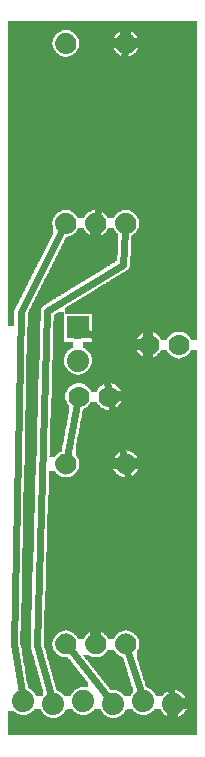
<source format=gbl>
G04 MADE WITH FRITZING*
G04 WWW.FRITZING.ORG*
G04 DOUBLE SIDED*
G04 HOLES PLATED*
G04 CONTOUR ON CENTER OF CONTOUR VECTOR*
%ASAXBY*%
%FSLAX23Y23*%
%MOIN*%
%OFA0B0*%
%SFA1.0B1.0*%
%ADD10C,0.075000*%
%ADD11C,0.070000*%
%ADD12C,0.074000*%
%ADD13C,0.024000*%
%ADD14R,0.001000X0.001000*%
%LNCOPPER0*%
G90*
G70*
G54D10*
X256Y1619D03*
X528Y2365D03*
G54D11*
X508Y1342D03*
X608Y1342D03*
X274Y1170D03*
X374Y1170D03*
G54D12*
X272Y1400D03*
X272Y1290D03*
X272Y1400D03*
X272Y1290D03*
X272Y1400D03*
X272Y1290D03*
G54D11*
X231Y1747D03*
X331Y1747D03*
X431Y1747D03*
X231Y2347D03*
X431Y2347D03*
X231Y345D03*
X331Y345D03*
X431Y345D03*
X231Y945D03*
X431Y945D03*
G54D12*
X90Y155D03*
X190Y145D03*
X290Y155D03*
X390Y145D03*
X490Y155D03*
X590Y145D03*
G54D13*
X481Y184D02*
X439Y320D01*
D02*
X236Y970D02*
X269Y1145D01*
D02*
X371Y169D02*
X248Y324D01*
D02*
X353Y1359D02*
X371Y1196D01*
D02*
X299Y1386D02*
X353Y1359D01*
D02*
X425Y970D02*
X381Y1145D01*
D02*
X427Y2322D02*
X336Y1773D01*
D02*
X82Y1453D02*
X220Y1724D01*
D02*
X58Y346D02*
X82Y1453D01*
D02*
X85Y185D02*
X58Y346D01*
D02*
X135Y343D02*
X170Y1455D01*
D02*
X182Y175D02*
X135Y343D01*
D02*
X423Y1610D02*
X430Y1721D01*
D02*
X170Y1455D02*
X423Y1610D01*
D02*
X584Y175D02*
X436Y919D01*
G36*
X272Y1731D02*
X272Y1729D01*
X270Y1729D01*
X270Y1725D01*
X268Y1725D01*
X268Y1723D01*
X266Y1723D01*
X266Y1721D01*
X264Y1721D01*
X264Y1717D01*
X262Y1717D01*
X262Y1715D01*
X258Y1715D01*
X258Y1713D01*
X256Y1713D01*
X256Y1711D01*
X254Y1711D01*
X254Y1709D01*
X250Y1709D01*
X250Y1707D01*
X246Y1707D01*
X246Y1705D01*
X240Y1705D01*
X240Y1703D01*
X322Y1703D01*
X322Y1705D01*
X316Y1705D01*
X316Y1707D01*
X312Y1707D01*
X312Y1709D01*
X310Y1709D01*
X310Y1711D01*
X306Y1711D01*
X306Y1713D01*
X304Y1713D01*
X304Y1715D01*
X302Y1715D01*
X302Y1717D01*
X300Y1717D01*
X300Y1719D01*
X298Y1719D01*
X298Y1721D01*
X296Y1721D01*
X296Y1723D01*
X294Y1723D01*
X294Y1727D01*
X292Y1727D01*
X292Y1731D01*
X272Y1731D01*
G37*
D02*
G36*
X372Y1731D02*
X372Y1729D01*
X370Y1729D01*
X370Y1725D01*
X368Y1725D01*
X368Y1723D01*
X366Y1723D01*
X366Y1721D01*
X364Y1721D01*
X364Y1717D01*
X362Y1717D01*
X362Y1715D01*
X358Y1715D01*
X358Y1713D01*
X356Y1713D01*
X356Y1711D01*
X354Y1711D01*
X354Y1709D01*
X350Y1709D01*
X350Y1707D01*
X346Y1707D01*
X346Y1705D01*
X340Y1705D01*
X340Y1703D01*
X406Y1703D01*
X406Y1713D01*
X404Y1713D01*
X404Y1715D01*
X402Y1715D01*
X402Y1717D01*
X400Y1717D01*
X400Y1719D01*
X398Y1719D01*
X398Y1721D01*
X396Y1721D01*
X396Y1723D01*
X394Y1723D01*
X394Y1727D01*
X392Y1727D01*
X392Y1731D01*
X372Y1731D01*
G37*
D02*
G36*
X232Y1703D02*
X232Y1701D01*
X406Y1701D01*
X406Y1703D01*
X232Y1703D01*
G37*
D02*
G36*
X232Y1703D02*
X232Y1701D01*
X406Y1701D01*
X406Y1703D01*
X232Y1703D01*
G37*
D02*
G36*
X232Y1701D02*
X232Y1699D01*
X230Y1699D01*
X230Y1695D01*
X228Y1695D01*
X228Y1691D01*
X226Y1691D01*
X226Y1687D01*
X224Y1687D01*
X224Y1683D01*
X222Y1683D01*
X222Y1679D01*
X220Y1679D01*
X220Y1675D01*
X218Y1675D01*
X218Y1671D01*
X216Y1671D01*
X216Y1667D01*
X214Y1667D01*
X214Y1663D01*
X212Y1663D01*
X212Y1659D01*
X210Y1659D01*
X210Y1655D01*
X208Y1655D01*
X208Y1651D01*
X206Y1651D01*
X206Y1647D01*
X204Y1647D01*
X204Y1643D01*
X202Y1643D01*
X202Y1639D01*
X200Y1639D01*
X200Y1635D01*
X198Y1635D01*
X198Y1631D01*
X196Y1631D01*
X196Y1627D01*
X194Y1627D01*
X194Y1623D01*
X192Y1623D01*
X192Y1619D01*
X190Y1619D01*
X190Y1615D01*
X188Y1615D01*
X188Y1611D01*
X186Y1611D01*
X186Y1607D01*
X184Y1607D01*
X184Y1603D01*
X182Y1603D01*
X182Y1599D01*
X180Y1599D01*
X180Y1595D01*
X178Y1595D01*
X178Y1591D01*
X176Y1591D01*
X176Y1587D01*
X174Y1587D01*
X174Y1583D01*
X172Y1583D01*
X172Y1579D01*
X170Y1579D01*
X170Y1575D01*
X168Y1575D01*
X168Y1571D01*
X166Y1571D01*
X166Y1567D01*
X164Y1567D01*
X164Y1565D01*
X162Y1565D01*
X162Y1561D01*
X160Y1561D01*
X160Y1557D01*
X158Y1557D01*
X158Y1553D01*
X156Y1553D01*
X156Y1549D01*
X154Y1549D01*
X154Y1545D01*
X152Y1545D01*
X152Y1541D01*
X150Y1541D01*
X150Y1537D01*
X148Y1537D01*
X148Y1533D01*
X146Y1533D01*
X146Y1529D01*
X144Y1529D01*
X144Y1525D01*
X142Y1525D01*
X142Y1521D01*
X140Y1521D01*
X140Y1517D01*
X138Y1517D01*
X138Y1513D01*
X136Y1513D01*
X136Y1509D01*
X134Y1509D01*
X134Y1505D01*
X132Y1505D01*
X132Y1501D01*
X130Y1501D01*
X130Y1497D01*
X128Y1497D01*
X128Y1493D01*
X126Y1493D01*
X126Y1489D01*
X124Y1489D01*
X124Y1485D01*
X122Y1485D01*
X122Y1481D01*
X120Y1481D01*
X120Y1477D01*
X118Y1477D01*
X118Y1473D01*
X116Y1473D01*
X116Y1469D01*
X114Y1469D01*
X114Y1465D01*
X112Y1465D01*
X112Y1461D01*
X110Y1461D01*
X110Y1457D01*
X108Y1457D01*
X108Y1453D01*
X106Y1453D01*
X106Y1449D01*
X104Y1449D01*
X104Y1403D01*
X102Y1403D01*
X102Y1311D01*
X100Y1311D01*
X100Y1219D01*
X98Y1219D01*
X98Y1127D01*
X96Y1127D01*
X96Y1035D01*
X94Y1035D01*
X94Y943D01*
X92Y943D01*
X92Y851D01*
X90Y851D01*
X90Y757D01*
X88Y757D01*
X88Y665D01*
X86Y665D01*
X86Y573D01*
X84Y573D01*
X84Y481D01*
X82Y481D01*
X82Y389D01*
X80Y389D01*
X80Y343D01*
X82Y343D01*
X82Y331D01*
X84Y331D01*
X84Y319D01*
X86Y319D01*
X86Y307D01*
X88Y307D01*
X88Y295D01*
X90Y295D01*
X90Y283D01*
X92Y283D01*
X92Y271D01*
X94Y271D01*
X94Y259D01*
X96Y259D01*
X96Y247D01*
X98Y247D01*
X98Y235D01*
X100Y235D01*
X100Y223D01*
X102Y223D01*
X102Y211D01*
X104Y211D01*
X104Y199D01*
X108Y199D01*
X108Y197D01*
X112Y197D01*
X112Y195D01*
X114Y195D01*
X114Y193D01*
X118Y193D01*
X118Y191D01*
X120Y191D01*
X120Y189D01*
X122Y189D01*
X122Y187D01*
X124Y187D01*
X124Y185D01*
X126Y185D01*
X126Y183D01*
X128Y183D01*
X128Y179D01*
X130Y179D01*
X130Y177D01*
X132Y177D01*
X132Y173D01*
X134Y173D01*
X134Y171D01*
X154Y171D01*
X154Y197D01*
X152Y197D01*
X152Y205D01*
X150Y205D01*
X150Y211D01*
X148Y211D01*
X148Y219D01*
X146Y219D01*
X146Y225D01*
X144Y225D01*
X144Y233D01*
X142Y233D01*
X142Y241D01*
X140Y241D01*
X140Y247D01*
X138Y247D01*
X138Y255D01*
X136Y255D01*
X136Y263D01*
X134Y263D01*
X134Y269D01*
X132Y269D01*
X132Y277D01*
X130Y277D01*
X130Y283D01*
X128Y283D01*
X128Y291D01*
X126Y291D01*
X126Y299D01*
X124Y299D01*
X124Y305D01*
X122Y305D01*
X122Y313D01*
X120Y313D01*
X120Y321D01*
X118Y321D01*
X118Y327D01*
X116Y327D01*
X116Y335D01*
X114Y335D01*
X114Y395D01*
X116Y395D01*
X116Y459D01*
X118Y459D01*
X118Y523D01*
X120Y523D01*
X120Y587D01*
X122Y587D01*
X122Y653D01*
X124Y653D01*
X124Y717D01*
X126Y717D01*
X126Y781D01*
X128Y781D01*
X128Y845D01*
X130Y845D01*
X130Y909D01*
X132Y909D01*
X132Y973D01*
X134Y973D01*
X134Y1037D01*
X136Y1037D01*
X136Y1101D01*
X138Y1101D01*
X138Y1165D01*
X140Y1165D01*
X140Y1229D01*
X142Y1229D01*
X142Y1293D01*
X144Y1293D01*
X144Y1357D01*
X146Y1357D01*
X146Y1421D01*
X148Y1421D01*
X148Y1461D01*
X150Y1461D01*
X150Y1467D01*
X152Y1467D01*
X152Y1469D01*
X154Y1469D01*
X154Y1471D01*
X156Y1471D01*
X156Y1473D01*
X158Y1473D01*
X158Y1475D01*
X162Y1475D01*
X162Y1477D01*
X164Y1477D01*
X164Y1479D01*
X168Y1479D01*
X168Y1481D01*
X170Y1481D01*
X170Y1483D01*
X174Y1483D01*
X174Y1485D01*
X178Y1485D01*
X178Y1487D01*
X180Y1487D01*
X180Y1489D01*
X184Y1489D01*
X184Y1491D01*
X188Y1491D01*
X188Y1493D01*
X190Y1493D01*
X190Y1495D01*
X194Y1495D01*
X194Y1497D01*
X198Y1497D01*
X198Y1499D01*
X200Y1499D01*
X200Y1501D01*
X204Y1501D01*
X204Y1503D01*
X206Y1503D01*
X206Y1505D01*
X210Y1505D01*
X210Y1507D01*
X214Y1507D01*
X214Y1509D01*
X216Y1509D01*
X216Y1511D01*
X220Y1511D01*
X220Y1513D01*
X224Y1513D01*
X224Y1515D01*
X226Y1515D01*
X226Y1517D01*
X230Y1517D01*
X230Y1519D01*
X234Y1519D01*
X234Y1521D01*
X236Y1521D01*
X236Y1523D01*
X240Y1523D01*
X240Y1525D01*
X242Y1525D01*
X242Y1527D01*
X246Y1527D01*
X246Y1529D01*
X250Y1529D01*
X250Y1531D01*
X252Y1531D01*
X252Y1533D01*
X256Y1533D01*
X256Y1535D01*
X260Y1535D01*
X260Y1537D01*
X262Y1537D01*
X262Y1539D01*
X266Y1539D01*
X266Y1541D01*
X270Y1541D01*
X270Y1543D01*
X272Y1543D01*
X272Y1545D01*
X276Y1545D01*
X276Y1547D01*
X278Y1547D01*
X278Y1549D01*
X282Y1549D01*
X282Y1551D01*
X286Y1551D01*
X286Y1553D01*
X288Y1553D01*
X288Y1555D01*
X292Y1555D01*
X292Y1557D01*
X296Y1557D01*
X296Y1559D01*
X298Y1559D01*
X298Y1561D01*
X302Y1561D01*
X302Y1563D01*
X306Y1563D01*
X306Y1565D01*
X308Y1565D01*
X308Y1567D01*
X312Y1567D01*
X312Y1569D01*
X314Y1569D01*
X314Y1571D01*
X318Y1571D01*
X318Y1573D01*
X322Y1573D01*
X322Y1575D01*
X324Y1575D01*
X324Y1577D01*
X328Y1577D01*
X328Y1579D01*
X332Y1579D01*
X332Y1581D01*
X334Y1581D01*
X334Y1583D01*
X338Y1583D01*
X338Y1585D01*
X342Y1585D01*
X342Y1587D01*
X344Y1587D01*
X344Y1589D01*
X348Y1589D01*
X348Y1591D01*
X350Y1591D01*
X350Y1593D01*
X354Y1593D01*
X354Y1595D01*
X358Y1595D01*
X358Y1597D01*
X360Y1597D01*
X360Y1599D01*
X364Y1599D01*
X364Y1601D01*
X368Y1601D01*
X368Y1603D01*
X370Y1603D01*
X370Y1605D01*
X374Y1605D01*
X374Y1607D01*
X378Y1607D01*
X378Y1609D01*
X380Y1609D01*
X380Y1611D01*
X384Y1611D01*
X384Y1613D01*
X386Y1613D01*
X386Y1615D01*
X390Y1615D01*
X390Y1617D01*
X394Y1617D01*
X394Y1619D01*
X396Y1619D01*
X396Y1621D01*
X400Y1621D01*
X400Y1623D01*
X402Y1623D01*
X402Y1641D01*
X404Y1641D01*
X404Y1675D01*
X406Y1675D01*
X406Y1701D01*
X232Y1701D01*
G37*
D02*
G36*
X372Y327D02*
X372Y325D01*
X370Y325D01*
X370Y323D01*
X368Y323D01*
X368Y319D01*
X366Y319D01*
X366Y317D01*
X364Y317D01*
X364Y315D01*
X362Y315D01*
X362Y313D01*
X360Y313D01*
X360Y311D01*
X358Y311D01*
X358Y309D01*
X354Y309D01*
X354Y307D01*
X352Y307D01*
X352Y305D01*
X348Y305D01*
X348Y303D01*
X342Y303D01*
X342Y301D01*
X420Y301D01*
X420Y303D01*
X416Y303D01*
X416Y305D01*
X412Y305D01*
X412Y307D01*
X408Y307D01*
X408Y309D01*
X406Y309D01*
X406Y311D01*
X404Y311D01*
X404Y313D01*
X400Y313D01*
X400Y317D01*
X398Y317D01*
X398Y319D01*
X396Y319D01*
X396Y321D01*
X394Y321D01*
X394Y323D01*
X392Y323D01*
X392Y327D01*
X372Y327D01*
G37*
D02*
G36*
X288Y309D02*
X288Y307D01*
X290Y307D01*
X290Y305D01*
X292Y305D01*
X292Y303D01*
X294Y303D01*
X294Y301D01*
X320Y301D01*
X320Y303D01*
X316Y303D01*
X316Y305D01*
X312Y305D01*
X312Y307D01*
X308Y307D01*
X308Y309D01*
X288Y309D01*
G37*
D02*
G36*
X296Y301D02*
X296Y299D01*
X422Y299D01*
X422Y301D01*
X296Y301D01*
G37*
D02*
G36*
X296Y301D02*
X296Y299D01*
X422Y299D01*
X422Y301D01*
X296Y301D01*
G37*
D02*
G36*
X296Y299D02*
X296Y297D01*
X298Y297D01*
X298Y295D01*
X300Y295D01*
X300Y293D01*
X302Y293D01*
X302Y291D01*
X304Y291D01*
X304Y287D01*
X306Y287D01*
X306Y285D01*
X308Y285D01*
X308Y283D01*
X310Y283D01*
X310Y281D01*
X312Y281D01*
X312Y277D01*
X314Y277D01*
X314Y275D01*
X316Y275D01*
X316Y273D01*
X318Y273D01*
X318Y271D01*
X320Y271D01*
X320Y267D01*
X322Y267D01*
X322Y265D01*
X324Y265D01*
X324Y263D01*
X326Y263D01*
X326Y259D01*
X328Y259D01*
X328Y257D01*
X330Y257D01*
X330Y255D01*
X332Y255D01*
X332Y253D01*
X334Y253D01*
X334Y249D01*
X336Y249D01*
X336Y247D01*
X338Y247D01*
X338Y245D01*
X340Y245D01*
X340Y243D01*
X342Y243D01*
X342Y239D01*
X344Y239D01*
X344Y237D01*
X346Y237D01*
X346Y235D01*
X348Y235D01*
X348Y233D01*
X350Y233D01*
X350Y229D01*
X352Y229D01*
X352Y227D01*
X354Y227D01*
X354Y225D01*
X356Y225D01*
X356Y223D01*
X358Y223D01*
X358Y219D01*
X360Y219D01*
X360Y217D01*
X362Y217D01*
X362Y215D01*
X364Y215D01*
X364Y213D01*
X366Y213D01*
X366Y209D01*
X368Y209D01*
X368Y207D01*
X370Y207D01*
X370Y205D01*
X372Y205D01*
X372Y203D01*
X374Y203D01*
X374Y199D01*
X376Y199D01*
X376Y197D01*
X378Y197D01*
X378Y195D01*
X380Y195D01*
X380Y193D01*
X392Y193D01*
X392Y191D01*
X402Y191D01*
X402Y189D01*
X408Y189D01*
X408Y187D01*
X412Y187D01*
X412Y185D01*
X414Y185D01*
X414Y183D01*
X418Y183D01*
X418Y181D01*
X420Y181D01*
X420Y179D01*
X422Y179D01*
X422Y177D01*
X424Y177D01*
X424Y175D01*
X426Y175D01*
X426Y173D01*
X448Y173D01*
X448Y175D01*
X450Y175D01*
X450Y179D01*
X452Y179D01*
X452Y181D01*
X454Y181D01*
X454Y201D01*
X452Y201D01*
X452Y207D01*
X450Y207D01*
X450Y213D01*
X448Y213D01*
X448Y219D01*
X446Y219D01*
X446Y227D01*
X444Y227D01*
X444Y233D01*
X442Y233D01*
X442Y239D01*
X440Y239D01*
X440Y245D01*
X438Y245D01*
X438Y253D01*
X436Y253D01*
X436Y259D01*
X434Y259D01*
X434Y265D01*
X432Y265D01*
X432Y271D01*
X430Y271D01*
X430Y279D01*
X428Y279D01*
X428Y285D01*
X426Y285D01*
X426Y291D01*
X424Y291D01*
X424Y297D01*
X422Y297D01*
X422Y299D01*
X296Y299D01*
G37*
D02*
G36*
X40Y2421D02*
X40Y2393D01*
X438Y2393D01*
X438Y2391D01*
X444Y2391D01*
X444Y2389D01*
X450Y2389D01*
X450Y2387D01*
X452Y2387D01*
X452Y2385D01*
X456Y2385D01*
X456Y2383D01*
X458Y2383D01*
X458Y2381D01*
X460Y2381D01*
X460Y2379D01*
X462Y2379D01*
X462Y2377D01*
X464Y2377D01*
X464Y2375D01*
X466Y2375D01*
X466Y2373D01*
X468Y2373D01*
X468Y2371D01*
X470Y2371D01*
X470Y2367D01*
X472Y2367D01*
X472Y2363D01*
X474Y2363D01*
X474Y2357D01*
X476Y2357D01*
X476Y2339D01*
X474Y2339D01*
X474Y2333D01*
X472Y2333D01*
X472Y2329D01*
X470Y2329D01*
X470Y2325D01*
X468Y2325D01*
X468Y2323D01*
X466Y2323D01*
X466Y2321D01*
X464Y2321D01*
X464Y2317D01*
X462Y2317D01*
X462Y2315D01*
X458Y2315D01*
X458Y2313D01*
X456Y2313D01*
X456Y2311D01*
X454Y2311D01*
X454Y2309D01*
X450Y2309D01*
X450Y2307D01*
X446Y2307D01*
X446Y2305D01*
X440Y2305D01*
X440Y2303D01*
X668Y2303D01*
X668Y2421D01*
X40Y2421D01*
G37*
D02*
G36*
X40Y2393D02*
X40Y2303D01*
X222Y2303D01*
X222Y2305D01*
X216Y2305D01*
X216Y2307D01*
X212Y2307D01*
X212Y2309D01*
X210Y2309D01*
X210Y2311D01*
X206Y2311D01*
X206Y2313D01*
X204Y2313D01*
X204Y2315D01*
X202Y2315D01*
X202Y2317D01*
X200Y2317D01*
X200Y2319D01*
X198Y2319D01*
X198Y2321D01*
X196Y2321D01*
X196Y2323D01*
X194Y2323D01*
X194Y2327D01*
X192Y2327D01*
X192Y2331D01*
X190Y2331D01*
X190Y2335D01*
X188Y2335D01*
X188Y2341D01*
X186Y2341D01*
X186Y2353D01*
X188Y2353D01*
X188Y2361D01*
X190Y2361D01*
X190Y2365D01*
X192Y2365D01*
X192Y2369D01*
X194Y2369D01*
X194Y2371D01*
X196Y2371D01*
X196Y2375D01*
X198Y2375D01*
X198Y2377D01*
X200Y2377D01*
X200Y2379D01*
X202Y2379D01*
X202Y2381D01*
X204Y2381D01*
X204Y2383D01*
X208Y2383D01*
X208Y2385D01*
X210Y2385D01*
X210Y2387D01*
X214Y2387D01*
X214Y2389D01*
X218Y2389D01*
X218Y2391D01*
X224Y2391D01*
X224Y2393D01*
X40Y2393D01*
G37*
D02*
G36*
X238Y2393D02*
X238Y2391D01*
X244Y2391D01*
X244Y2389D01*
X250Y2389D01*
X250Y2387D01*
X252Y2387D01*
X252Y2385D01*
X256Y2385D01*
X256Y2383D01*
X258Y2383D01*
X258Y2381D01*
X260Y2381D01*
X260Y2379D01*
X262Y2379D01*
X262Y2377D01*
X264Y2377D01*
X264Y2375D01*
X266Y2375D01*
X266Y2373D01*
X268Y2373D01*
X268Y2371D01*
X270Y2371D01*
X270Y2367D01*
X272Y2367D01*
X272Y2363D01*
X274Y2363D01*
X274Y2357D01*
X276Y2357D01*
X276Y2339D01*
X274Y2339D01*
X274Y2333D01*
X272Y2333D01*
X272Y2329D01*
X270Y2329D01*
X270Y2325D01*
X268Y2325D01*
X268Y2323D01*
X266Y2323D01*
X266Y2321D01*
X264Y2321D01*
X264Y2317D01*
X262Y2317D01*
X262Y2315D01*
X258Y2315D01*
X258Y2313D01*
X256Y2313D01*
X256Y2311D01*
X254Y2311D01*
X254Y2309D01*
X250Y2309D01*
X250Y2307D01*
X246Y2307D01*
X246Y2305D01*
X240Y2305D01*
X240Y2303D01*
X422Y2303D01*
X422Y2305D01*
X416Y2305D01*
X416Y2307D01*
X412Y2307D01*
X412Y2309D01*
X410Y2309D01*
X410Y2311D01*
X406Y2311D01*
X406Y2313D01*
X404Y2313D01*
X404Y2315D01*
X402Y2315D01*
X402Y2317D01*
X400Y2317D01*
X400Y2319D01*
X398Y2319D01*
X398Y2321D01*
X396Y2321D01*
X396Y2323D01*
X394Y2323D01*
X394Y2327D01*
X392Y2327D01*
X392Y2331D01*
X390Y2331D01*
X390Y2335D01*
X388Y2335D01*
X388Y2341D01*
X386Y2341D01*
X386Y2355D01*
X388Y2355D01*
X388Y2361D01*
X390Y2361D01*
X390Y2365D01*
X392Y2365D01*
X392Y2369D01*
X394Y2369D01*
X394Y2371D01*
X396Y2371D01*
X396Y2375D01*
X398Y2375D01*
X398Y2377D01*
X400Y2377D01*
X400Y2379D01*
X402Y2379D01*
X402Y2381D01*
X404Y2381D01*
X404Y2383D01*
X408Y2383D01*
X408Y2385D01*
X410Y2385D01*
X410Y2387D01*
X414Y2387D01*
X414Y2389D01*
X418Y2389D01*
X418Y2391D01*
X424Y2391D01*
X424Y2393D01*
X238Y2393D01*
G37*
D02*
G36*
X40Y2303D02*
X40Y2301D01*
X668Y2301D01*
X668Y2303D01*
X40Y2303D01*
G37*
D02*
G36*
X40Y2303D02*
X40Y2301D01*
X668Y2301D01*
X668Y2303D01*
X40Y2303D01*
G37*
D02*
G36*
X40Y2303D02*
X40Y2301D01*
X668Y2301D01*
X668Y2303D01*
X40Y2303D01*
G37*
D02*
G36*
X40Y2301D02*
X40Y1793D01*
X438Y1793D01*
X438Y1791D01*
X446Y1791D01*
X446Y1789D01*
X450Y1789D01*
X450Y1787D01*
X452Y1787D01*
X452Y1785D01*
X456Y1785D01*
X456Y1783D01*
X458Y1783D01*
X458Y1781D01*
X460Y1781D01*
X460Y1779D01*
X462Y1779D01*
X462Y1777D01*
X464Y1777D01*
X464Y1775D01*
X466Y1775D01*
X466Y1773D01*
X468Y1773D01*
X468Y1771D01*
X470Y1771D01*
X470Y1767D01*
X472Y1767D01*
X472Y1763D01*
X474Y1763D01*
X474Y1757D01*
X476Y1757D01*
X476Y1739D01*
X474Y1739D01*
X474Y1733D01*
X472Y1733D01*
X472Y1729D01*
X470Y1729D01*
X470Y1725D01*
X468Y1725D01*
X468Y1723D01*
X466Y1723D01*
X466Y1721D01*
X464Y1721D01*
X464Y1717D01*
X462Y1717D01*
X462Y1715D01*
X458Y1715D01*
X458Y1713D01*
X456Y1713D01*
X456Y1711D01*
X454Y1711D01*
X454Y1709D01*
X452Y1709D01*
X452Y1707D01*
X450Y1707D01*
X450Y1673D01*
X448Y1673D01*
X448Y1639D01*
X446Y1639D01*
X446Y1607D01*
X444Y1607D01*
X444Y1601D01*
X442Y1601D01*
X442Y1597D01*
X440Y1597D01*
X440Y1595D01*
X438Y1595D01*
X438Y1593D01*
X436Y1593D01*
X436Y1591D01*
X432Y1591D01*
X432Y1589D01*
X428Y1589D01*
X428Y1587D01*
X426Y1587D01*
X426Y1585D01*
X422Y1585D01*
X422Y1583D01*
X418Y1583D01*
X418Y1581D01*
X416Y1581D01*
X416Y1579D01*
X412Y1579D01*
X412Y1577D01*
X410Y1577D01*
X410Y1575D01*
X406Y1575D01*
X406Y1573D01*
X402Y1573D01*
X402Y1571D01*
X400Y1571D01*
X400Y1569D01*
X396Y1569D01*
X396Y1567D01*
X392Y1567D01*
X392Y1565D01*
X390Y1565D01*
X390Y1563D01*
X386Y1563D01*
X386Y1561D01*
X382Y1561D01*
X382Y1559D01*
X380Y1559D01*
X380Y1557D01*
X376Y1557D01*
X376Y1555D01*
X374Y1555D01*
X374Y1553D01*
X370Y1553D01*
X370Y1551D01*
X366Y1551D01*
X366Y1549D01*
X364Y1549D01*
X364Y1547D01*
X360Y1547D01*
X360Y1545D01*
X356Y1545D01*
X356Y1543D01*
X354Y1543D01*
X354Y1541D01*
X350Y1541D01*
X350Y1539D01*
X346Y1539D01*
X346Y1537D01*
X344Y1537D01*
X344Y1535D01*
X340Y1535D01*
X340Y1533D01*
X338Y1533D01*
X338Y1531D01*
X334Y1531D01*
X334Y1529D01*
X330Y1529D01*
X330Y1527D01*
X328Y1527D01*
X328Y1525D01*
X324Y1525D01*
X324Y1523D01*
X320Y1523D01*
X320Y1521D01*
X318Y1521D01*
X318Y1519D01*
X314Y1519D01*
X314Y1517D01*
X312Y1517D01*
X312Y1515D01*
X308Y1515D01*
X308Y1513D01*
X304Y1513D01*
X304Y1511D01*
X302Y1511D01*
X302Y1509D01*
X298Y1509D01*
X298Y1507D01*
X294Y1507D01*
X294Y1505D01*
X292Y1505D01*
X292Y1503D01*
X288Y1503D01*
X288Y1501D01*
X284Y1501D01*
X284Y1499D01*
X282Y1499D01*
X282Y1497D01*
X278Y1497D01*
X278Y1495D01*
X276Y1495D01*
X276Y1493D01*
X272Y1493D01*
X272Y1491D01*
X268Y1491D01*
X268Y1489D01*
X266Y1489D01*
X266Y1487D01*
X262Y1487D01*
X262Y1485D01*
X258Y1485D01*
X258Y1483D01*
X256Y1483D01*
X256Y1481D01*
X252Y1481D01*
X252Y1479D01*
X248Y1479D01*
X248Y1477D01*
X246Y1477D01*
X246Y1475D01*
X242Y1475D01*
X242Y1473D01*
X240Y1473D01*
X240Y1471D01*
X236Y1471D01*
X236Y1469D01*
X232Y1469D01*
X232Y1467D01*
X230Y1467D01*
X230Y1447D01*
X318Y1447D01*
X318Y1387D01*
X618Y1387D01*
X618Y1385D01*
X624Y1385D01*
X624Y1383D01*
X628Y1383D01*
X628Y1381D01*
X632Y1381D01*
X632Y1379D01*
X634Y1379D01*
X634Y1377D01*
X636Y1377D01*
X636Y1375D01*
X638Y1375D01*
X638Y1373D01*
X640Y1373D01*
X640Y1371D01*
X642Y1371D01*
X642Y1369D01*
X644Y1369D01*
X644Y1367D01*
X646Y1367D01*
X646Y1363D01*
X648Y1363D01*
X648Y1359D01*
X668Y1359D01*
X668Y2301D01*
X40Y2301D01*
G37*
D02*
G36*
X40Y1793D02*
X40Y1405D01*
X60Y1405D01*
X60Y1459D01*
X62Y1459D01*
X62Y1465D01*
X64Y1465D01*
X64Y1467D01*
X66Y1467D01*
X66Y1471D01*
X68Y1471D01*
X68Y1475D01*
X70Y1475D01*
X70Y1479D01*
X72Y1479D01*
X72Y1483D01*
X74Y1483D01*
X74Y1487D01*
X76Y1487D01*
X76Y1491D01*
X78Y1491D01*
X78Y1495D01*
X80Y1495D01*
X80Y1499D01*
X82Y1499D01*
X82Y1503D01*
X84Y1503D01*
X84Y1507D01*
X86Y1507D01*
X86Y1511D01*
X88Y1511D01*
X88Y1515D01*
X90Y1515D01*
X90Y1519D01*
X92Y1519D01*
X92Y1523D01*
X94Y1523D01*
X94Y1527D01*
X96Y1527D01*
X96Y1531D01*
X98Y1531D01*
X98Y1535D01*
X100Y1535D01*
X100Y1539D01*
X102Y1539D01*
X102Y1543D01*
X104Y1543D01*
X104Y1547D01*
X106Y1547D01*
X106Y1551D01*
X108Y1551D01*
X108Y1555D01*
X110Y1555D01*
X110Y1559D01*
X112Y1559D01*
X112Y1563D01*
X114Y1563D01*
X114Y1567D01*
X116Y1567D01*
X116Y1571D01*
X118Y1571D01*
X118Y1575D01*
X120Y1575D01*
X120Y1579D01*
X122Y1579D01*
X122Y1583D01*
X124Y1583D01*
X124Y1587D01*
X126Y1587D01*
X126Y1591D01*
X128Y1591D01*
X128Y1595D01*
X130Y1595D01*
X130Y1599D01*
X132Y1599D01*
X132Y1603D01*
X134Y1603D01*
X134Y1607D01*
X136Y1607D01*
X136Y1611D01*
X138Y1611D01*
X138Y1615D01*
X140Y1615D01*
X140Y1619D01*
X142Y1619D01*
X142Y1621D01*
X144Y1621D01*
X144Y1625D01*
X146Y1625D01*
X146Y1629D01*
X148Y1629D01*
X148Y1633D01*
X150Y1633D01*
X150Y1637D01*
X152Y1637D01*
X152Y1641D01*
X154Y1641D01*
X154Y1645D01*
X156Y1645D01*
X156Y1649D01*
X158Y1649D01*
X158Y1653D01*
X160Y1653D01*
X160Y1657D01*
X162Y1657D01*
X162Y1661D01*
X164Y1661D01*
X164Y1665D01*
X166Y1665D01*
X166Y1669D01*
X168Y1669D01*
X168Y1673D01*
X170Y1673D01*
X170Y1677D01*
X172Y1677D01*
X172Y1681D01*
X174Y1681D01*
X174Y1685D01*
X176Y1685D01*
X176Y1689D01*
X178Y1689D01*
X178Y1693D01*
X180Y1693D01*
X180Y1697D01*
X182Y1697D01*
X182Y1701D01*
X184Y1701D01*
X184Y1705D01*
X186Y1705D01*
X186Y1709D01*
X188Y1709D01*
X188Y1713D01*
X190Y1713D01*
X190Y1735D01*
X188Y1735D01*
X188Y1741D01*
X186Y1741D01*
X186Y1755D01*
X188Y1755D01*
X188Y1761D01*
X190Y1761D01*
X190Y1765D01*
X192Y1765D01*
X192Y1769D01*
X194Y1769D01*
X194Y1771D01*
X196Y1771D01*
X196Y1775D01*
X198Y1775D01*
X198Y1777D01*
X200Y1777D01*
X200Y1779D01*
X202Y1779D01*
X202Y1781D01*
X204Y1781D01*
X204Y1783D01*
X206Y1783D01*
X206Y1785D01*
X210Y1785D01*
X210Y1787D01*
X214Y1787D01*
X214Y1789D01*
X218Y1789D01*
X218Y1791D01*
X224Y1791D01*
X224Y1793D01*
X40Y1793D01*
G37*
D02*
G36*
X238Y1793D02*
X238Y1791D01*
X246Y1791D01*
X246Y1789D01*
X250Y1789D01*
X250Y1787D01*
X252Y1787D01*
X252Y1785D01*
X256Y1785D01*
X256Y1783D01*
X258Y1783D01*
X258Y1781D01*
X260Y1781D01*
X260Y1779D01*
X262Y1779D01*
X262Y1777D01*
X264Y1777D01*
X264Y1775D01*
X266Y1775D01*
X266Y1773D01*
X268Y1773D01*
X268Y1771D01*
X270Y1771D01*
X270Y1767D01*
X272Y1767D01*
X272Y1765D01*
X292Y1765D01*
X292Y1769D01*
X294Y1769D01*
X294Y1771D01*
X296Y1771D01*
X296Y1775D01*
X298Y1775D01*
X298Y1777D01*
X300Y1777D01*
X300Y1779D01*
X302Y1779D01*
X302Y1781D01*
X304Y1781D01*
X304Y1783D01*
X306Y1783D01*
X306Y1785D01*
X310Y1785D01*
X310Y1787D01*
X314Y1787D01*
X314Y1789D01*
X318Y1789D01*
X318Y1791D01*
X324Y1791D01*
X324Y1793D01*
X238Y1793D01*
G37*
D02*
G36*
X338Y1793D02*
X338Y1791D01*
X346Y1791D01*
X346Y1789D01*
X350Y1789D01*
X350Y1787D01*
X352Y1787D01*
X352Y1785D01*
X356Y1785D01*
X356Y1783D01*
X358Y1783D01*
X358Y1781D01*
X360Y1781D01*
X360Y1779D01*
X362Y1779D01*
X362Y1777D01*
X364Y1777D01*
X364Y1775D01*
X366Y1775D01*
X366Y1773D01*
X368Y1773D01*
X368Y1771D01*
X370Y1771D01*
X370Y1767D01*
X372Y1767D01*
X372Y1765D01*
X392Y1765D01*
X392Y1769D01*
X394Y1769D01*
X394Y1771D01*
X396Y1771D01*
X396Y1775D01*
X398Y1775D01*
X398Y1777D01*
X400Y1777D01*
X400Y1779D01*
X402Y1779D01*
X402Y1781D01*
X404Y1781D01*
X404Y1783D01*
X406Y1783D01*
X406Y1785D01*
X410Y1785D01*
X410Y1787D01*
X414Y1787D01*
X414Y1789D01*
X418Y1789D01*
X418Y1791D01*
X424Y1791D01*
X424Y1793D01*
X338Y1793D01*
G37*
D02*
G36*
X204Y1451D02*
X204Y1449D01*
X200Y1449D01*
X200Y1447D01*
X196Y1447D01*
X196Y1445D01*
X194Y1445D01*
X194Y1443D01*
X192Y1443D01*
X192Y1421D01*
X190Y1421D01*
X190Y1357D01*
X188Y1357D01*
X188Y1293D01*
X186Y1293D01*
X186Y1243D01*
X266Y1243D01*
X266Y1245D01*
X258Y1245D01*
X258Y1247D01*
X254Y1247D01*
X254Y1249D01*
X250Y1249D01*
X250Y1251D01*
X246Y1251D01*
X246Y1253D01*
X244Y1253D01*
X244Y1255D01*
X242Y1255D01*
X242Y1257D01*
X240Y1257D01*
X240Y1259D01*
X238Y1259D01*
X238Y1261D01*
X236Y1261D01*
X236Y1263D01*
X234Y1263D01*
X234Y1265D01*
X232Y1265D01*
X232Y1269D01*
X230Y1269D01*
X230Y1273D01*
X228Y1273D01*
X228Y1277D01*
X226Y1277D01*
X226Y1287D01*
X224Y1287D01*
X224Y1295D01*
X226Y1295D01*
X226Y1303D01*
X228Y1303D01*
X228Y1309D01*
X230Y1309D01*
X230Y1311D01*
X232Y1311D01*
X232Y1315D01*
X234Y1315D01*
X234Y1317D01*
X236Y1317D01*
X236Y1321D01*
X238Y1321D01*
X238Y1323D01*
X240Y1323D01*
X240Y1325D01*
X242Y1325D01*
X242Y1327D01*
X246Y1327D01*
X246Y1329D01*
X248Y1329D01*
X248Y1331D01*
X252Y1331D01*
X252Y1333D01*
X256Y1333D01*
X256Y1353D01*
X226Y1353D01*
X226Y1355D01*
X224Y1355D01*
X224Y1451D01*
X204Y1451D01*
G37*
D02*
G36*
X318Y1387D02*
X318Y1353D01*
X288Y1353D01*
X288Y1333D01*
X292Y1333D01*
X292Y1331D01*
X296Y1331D01*
X296Y1329D01*
X298Y1329D01*
X298Y1327D01*
X300Y1327D01*
X300Y1325D01*
X302Y1325D01*
X302Y1323D01*
X304Y1323D01*
X304Y1321D01*
X306Y1321D01*
X306Y1319D01*
X308Y1319D01*
X308Y1317D01*
X310Y1317D01*
X310Y1315D01*
X312Y1315D01*
X312Y1311D01*
X314Y1311D01*
X314Y1307D01*
X316Y1307D01*
X316Y1301D01*
X318Y1301D01*
X318Y1297D01*
X504Y1297D01*
X504Y1299D01*
X496Y1299D01*
X496Y1301D01*
X492Y1301D01*
X492Y1303D01*
X488Y1303D01*
X488Y1305D01*
X484Y1305D01*
X484Y1307D01*
X482Y1307D01*
X482Y1309D01*
X480Y1309D01*
X480Y1311D01*
X478Y1311D01*
X478Y1313D01*
X476Y1313D01*
X476Y1315D01*
X474Y1315D01*
X474Y1317D01*
X472Y1317D01*
X472Y1319D01*
X470Y1319D01*
X470Y1323D01*
X468Y1323D01*
X468Y1327D01*
X466Y1327D01*
X466Y1331D01*
X464Y1331D01*
X464Y1353D01*
X466Y1353D01*
X466Y1359D01*
X468Y1359D01*
X468Y1363D01*
X470Y1363D01*
X470Y1365D01*
X472Y1365D01*
X472Y1369D01*
X474Y1369D01*
X474Y1371D01*
X476Y1371D01*
X476Y1373D01*
X478Y1373D01*
X478Y1375D01*
X480Y1375D01*
X480Y1377D01*
X482Y1377D01*
X482Y1379D01*
X486Y1379D01*
X486Y1381D01*
X488Y1381D01*
X488Y1383D01*
X492Y1383D01*
X492Y1385D01*
X498Y1385D01*
X498Y1387D01*
X318Y1387D01*
G37*
D02*
G36*
X518Y1387D02*
X518Y1385D01*
X524Y1385D01*
X524Y1383D01*
X528Y1383D01*
X528Y1381D01*
X532Y1381D01*
X532Y1379D01*
X534Y1379D01*
X534Y1377D01*
X536Y1377D01*
X536Y1375D01*
X538Y1375D01*
X538Y1373D01*
X540Y1373D01*
X540Y1371D01*
X542Y1371D01*
X542Y1369D01*
X544Y1369D01*
X544Y1367D01*
X546Y1367D01*
X546Y1363D01*
X548Y1363D01*
X548Y1359D01*
X568Y1359D01*
X568Y1363D01*
X570Y1363D01*
X570Y1365D01*
X572Y1365D01*
X572Y1369D01*
X574Y1369D01*
X574Y1371D01*
X576Y1371D01*
X576Y1373D01*
X578Y1373D01*
X578Y1375D01*
X580Y1375D01*
X580Y1377D01*
X582Y1377D01*
X582Y1379D01*
X586Y1379D01*
X586Y1381D01*
X588Y1381D01*
X588Y1383D01*
X592Y1383D01*
X592Y1385D01*
X598Y1385D01*
X598Y1387D01*
X518Y1387D01*
G37*
D02*
G36*
X548Y1325D02*
X548Y1323D01*
X546Y1323D01*
X546Y1319D01*
X544Y1319D01*
X544Y1317D01*
X542Y1317D01*
X542Y1315D01*
X540Y1315D01*
X540Y1311D01*
X536Y1311D01*
X536Y1309D01*
X534Y1309D01*
X534Y1307D01*
X532Y1307D01*
X532Y1305D01*
X528Y1305D01*
X528Y1303D01*
X526Y1303D01*
X526Y1301D01*
X520Y1301D01*
X520Y1299D01*
X512Y1299D01*
X512Y1297D01*
X604Y1297D01*
X604Y1299D01*
X596Y1299D01*
X596Y1301D01*
X592Y1301D01*
X592Y1303D01*
X588Y1303D01*
X588Y1305D01*
X584Y1305D01*
X584Y1307D01*
X582Y1307D01*
X582Y1309D01*
X580Y1309D01*
X580Y1311D01*
X578Y1311D01*
X578Y1313D01*
X576Y1313D01*
X576Y1315D01*
X574Y1315D01*
X574Y1317D01*
X572Y1317D01*
X572Y1319D01*
X570Y1319D01*
X570Y1323D01*
X568Y1323D01*
X568Y1325D01*
X548Y1325D01*
G37*
D02*
G36*
X648Y1325D02*
X648Y1321D01*
X646Y1321D01*
X646Y1319D01*
X644Y1319D01*
X644Y1317D01*
X642Y1317D01*
X642Y1313D01*
X640Y1313D01*
X640Y1311D01*
X638Y1311D01*
X638Y1309D01*
X634Y1309D01*
X634Y1307D01*
X632Y1307D01*
X632Y1305D01*
X630Y1305D01*
X630Y1303D01*
X626Y1303D01*
X626Y1301D01*
X620Y1301D01*
X620Y1299D01*
X612Y1299D01*
X612Y1297D01*
X668Y1297D01*
X668Y1325D01*
X648Y1325D01*
G37*
D02*
G36*
X318Y1297D02*
X318Y1295D01*
X668Y1295D01*
X668Y1297D01*
X318Y1297D01*
G37*
D02*
G36*
X318Y1297D02*
X318Y1295D01*
X668Y1295D01*
X668Y1297D01*
X318Y1297D01*
G37*
D02*
G36*
X318Y1297D02*
X318Y1295D01*
X668Y1295D01*
X668Y1297D01*
X318Y1297D01*
G37*
D02*
G36*
X318Y1295D02*
X318Y1279D01*
X316Y1279D01*
X316Y1275D01*
X314Y1275D01*
X314Y1271D01*
X312Y1271D01*
X312Y1267D01*
X310Y1267D01*
X310Y1265D01*
X308Y1265D01*
X308Y1261D01*
X306Y1261D01*
X306Y1259D01*
X304Y1259D01*
X304Y1257D01*
X302Y1257D01*
X302Y1255D01*
X300Y1255D01*
X300Y1253D01*
X296Y1253D01*
X296Y1251D01*
X294Y1251D01*
X294Y1249D01*
X290Y1249D01*
X290Y1247D01*
X286Y1247D01*
X286Y1245D01*
X278Y1245D01*
X278Y1243D01*
X668Y1243D01*
X668Y1295D01*
X318Y1295D01*
G37*
D02*
G36*
X186Y1243D02*
X186Y1241D01*
X668Y1241D01*
X668Y1243D01*
X186Y1243D01*
G37*
D02*
G36*
X186Y1243D02*
X186Y1241D01*
X668Y1241D01*
X668Y1243D01*
X186Y1243D01*
G37*
D02*
G36*
X186Y1241D02*
X186Y1229D01*
X184Y1229D01*
X184Y1215D01*
X384Y1215D01*
X384Y1213D01*
X390Y1213D01*
X390Y1211D01*
X394Y1211D01*
X394Y1209D01*
X398Y1209D01*
X398Y1207D01*
X400Y1207D01*
X400Y1205D01*
X402Y1205D01*
X402Y1203D01*
X404Y1203D01*
X404Y1201D01*
X406Y1201D01*
X406Y1199D01*
X408Y1199D01*
X408Y1197D01*
X410Y1197D01*
X410Y1195D01*
X412Y1195D01*
X412Y1191D01*
X414Y1191D01*
X414Y1187D01*
X416Y1187D01*
X416Y1183D01*
X418Y1183D01*
X418Y1175D01*
X420Y1175D01*
X420Y1165D01*
X418Y1165D01*
X418Y1157D01*
X416Y1157D01*
X416Y1153D01*
X414Y1153D01*
X414Y1149D01*
X412Y1149D01*
X412Y1147D01*
X410Y1147D01*
X410Y1145D01*
X408Y1145D01*
X408Y1141D01*
X406Y1141D01*
X406Y1139D01*
X404Y1139D01*
X404Y1137D01*
X400Y1137D01*
X400Y1135D01*
X398Y1135D01*
X398Y1133D01*
X396Y1133D01*
X396Y1131D01*
X392Y1131D01*
X392Y1129D01*
X388Y1129D01*
X388Y1127D01*
X380Y1127D01*
X380Y1125D01*
X668Y1125D01*
X668Y1241D01*
X186Y1241D01*
G37*
D02*
G36*
X184Y1215D02*
X184Y1165D01*
X182Y1165D01*
X182Y1099D01*
X180Y1099D01*
X180Y1035D01*
X178Y1035D01*
X178Y971D01*
X176Y971D01*
X176Y969D01*
X196Y969D01*
X196Y971D01*
X198Y971D01*
X198Y975D01*
X200Y975D01*
X200Y977D01*
X202Y977D01*
X202Y979D01*
X206Y979D01*
X206Y981D01*
X208Y981D01*
X208Y983D01*
X210Y983D01*
X210Y985D01*
X214Y985D01*
X214Y987D01*
X218Y987D01*
X218Y997D01*
X220Y997D01*
X220Y1009D01*
X222Y1009D01*
X222Y1019D01*
X224Y1019D01*
X224Y1029D01*
X226Y1029D01*
X226Y1039D01*
X228Y1039D01*
X228Y1051D01*
X230Y1051D01*
X230Y1061D01*
X232Y1061D01*
X232Y1071D01*
X234Y1071D01*
X234Y1083D01*
X236Y1083D01*
X236Y1093D01*
X238Y1093D01*
X238Y1103D01*
X240Y1103D01*
X240Y1113D01*
X242Y1113D01*
X242Y1143D01*
X240Y1143D01*
X240Y1145D01*
X238Y1145D01*
X238Y1147D01*
X236Y1147D01*
X236Y1151D01*
X234Y1151D01*
X234Y1155D01*
X232Y1155D01*
X232Y1159D01*
X230Y1159D01*
X230Y1181D01*
X232Y1181D01*
X232Y1187D01*
X234Y1187D01*
X234Y1191D01*
X236Y1191D01*
X236Y1193D01*
X238Y1193D01*
X238Y1197D01*
X240Y1197D01*
X240Y1199D01*
X242Y1199D01*
X242Y1201D01*
X244Y1201D01*
X244Y1203D01*
X246Y1203D01*
X246Y1205D01*
X248Y1205D01*
X248Y1207D01*
X252Y1207D01*
X252Y1209D01*
X254Y1209D01*
X254Y1211D01*
X258Y1211D01*
X258Y1213D01*
X264Y1213D01*
X264Y1215D01*
X184Y1215D01*
G37*
D02*
G36*
X284Y1215D02*
X284Y1213D01*
X290Y1213D01*
X290Y1211D01*
X294Y1211D01*
X294Y1209D01*
X296Y1209D01*
X296Y1207D01*
X300Y1207D01*
X300Y1205D01*
X302Y1205D01*
X302Y1203D01*
X304Y1203D01*
X304Y1201D01*
X306Y1201D01*
X306Y1199D01*
X308Y1199D01*
X308Y1197D01*
X310Y1197D01*
X310Y1195D01*
X312Y1195D01*
X312Y1191D01*
X314Y1191D01*
X314Y1187D01*
X334Y1187D01*
X334Y1191D01*
X336Y1191D01*
X336Y1193D01*
X338Y1193D01*
X338Y1197D01*
X340Y1197D01*
X340Y1199D01*
X342Y1199D01*
X342Y1201D01*
X344Y1201D01*
X344Y1203D01*
X346Y1203D01*
X346Y1205D01*
X348Y1205D01*
X348Y1207D01*
X352Y1207D01*
X352Y1209D01*
X354Y1209D01*
X354Y1211D01*
X358Y1211D01*
X358Y1213D01*
X364Y1213D01*
X364Y1215D01*
X284Y1215D01*
G37*
D02*
G36*
X314Y1153D02*
X314Y1151D01*
X312Y1151D01*
X312Y1147D01*
X310Y1147D01*
X310Y1145D01*
X308Y1145D01*
X308Y1141D01*
X306Y1141D01*
X306Y1139D01*
X304Y1139D01*
X304Y1137D01*
X300Y1137D01*
X300Y1135D01*
X298Y1135D01*
X298Y1133D01*
X296Y1133D01*
X296Y1131D01*
X292Y1131D01*
X292Y1129D01*
X288Y1129D01*
X288Y1125D01*
X370Y1125D01*
X370Y1127D01*
X362Y1127D01*
X362Y1129D01*
X358Y1129D01*
X358Y1131D01*
X354Y1131D01*
X354Y1133D01*
X350Y1133D01*
X350Y1135D01*
X348Y1135D01*
X348Y1137D01*
X346Y1137D01*
X346Y1139D01*
X344Y1139D01*
X344Y1141D01*
X342Y1141D01*
X342Y1143D01*
X340Y1143D01*
X340Y1145D01*
X338Y1145D01*
X338Y1147D01*
X336Y1147D01*
X336Y1151D01*
X334Y1151D01*
X334Y1153D01*
X314Y1153D01*
G37*
D02*
G36*
X288Y1125D02*
X288Y1123D01*
X668Y1123D01*
X668Y1125D01*
X288Y1125D01*
G37*
D02*
G36*
X288Y1125D02*
X288Y1123D01*
X668Y1123D01*
X668Y1125D01*
X288Y1125D01*
G37*
D02*
G36*
X288Y1123D02*
X288Y1121D01*
X286Y1121D01*
X286Y1109D01*
X284Y1109D01*
X284Y1099D01*
X282Y1099D01*
X282Y1089D01*
X280Y1089D01*
X280Y1077D01*
X278Y1077D01*
X278Y1067D01*
X276Y1067D01*
X276Y1057D01*
X274Y1057D01*
X274Y1047D01*
X272Y1047D01*
X272Y1035D01*
X270Y1035D01*
X270Y1025D01*
X268Y1025D01*
X268Y1015D01*
X266Y1015D01*
X266Y1005D01*
X264Y1005D01*
X264Y991D01*
X434Y991D01*
X434Y989D01*
X444Y989D01*
X444Y987D01*
X448Y987D01*
X448Y985D01*
X452Y985D01*
X452Y983D01*
X454Y983D01*
X454Y981D01*
X458Y981D01*
X458Y979D01*
X460Y979D01*
X460Y977D01*
X462Y977D01*
X462Y975D01*
X464Y975D01*
X464Y973D01*
X466Y973D01*
X466Y971D01*
X468Y971D01*
X468Y967D01*
X470Y967D01*
X470Y965D01*
X472Y965D01*
X472Y961D01*
X474Y961D01*
X474Y955D01*
X476Y955D01*
X476Y935D01*
X474Y935D01*
X474Y929D01*
X472Y929D01*
X472Y925D01*
X470Y925D01*
X470Y923D01*
X468Y923D01*
X468Y919D01*
X466Y919D01*
X466Y917D01*
X464Y917D01*
X464Y915D01*
X462Y915D01*
X462Y913D01*
X460Y913D01*
X460Y911D01*
X458Y911D01*
X458Y909D01*
X454Y909D01*
X454Y907D01*
X452Y907D01*
X452Y905D01*
X448Y905D01*
X448Y903D01*
X442Y903D01*
X442Y901D01*
X668Y901D01*
X668Y1123D01*
X288Y1123D01*
G37*
D02*
G36*
X264Y991D02*
X264Y973D01*
X266Y973D01*
X266Y971D01*
X268Y971D01*
X268Y967D01*
X270Y967D01*
X270Y965D01*
X272Y965D01*
X272Y961D01*
X274Y961D01*
X274Y955D01*
X276Y955D01*
X276Y935D01*
X274Y935D01*
X274Y929D01*
X272Y929D01*
X272Y925D01*
X270Y925D01*
X270Y923D01*
X268Y923D01*
X268Y919D01*
X266Y919D01*
X266Y917D01*
X264Y917D01*
X264Y915D01*
X262Y915D01*
X262Y913D01*
X260Y913D01*
X260Y911D01*
X258Y911D01*
X258Y909D01*
X254Y909D01*
X254Y907D01*
X252Y907D01*
X252Y905D01*
X248Y905D01*
X248Y903D01*
X242Y903D01*
X242Y901D01*
X420Y901D01*
X420Y903D01*
X416Y903D01*
X416Y905D01*
X412Y905D01*
X412Y907D01*
X408Y907D01*
X408Y909D01*
X406Y909D01*
X406Y911D01*
X404Y911D01*
X404Y913D01*
X400Y913D01*
X400Y917D01*
X398Y917D01*
X398Y919D01*
X396Y919D01*
X396Y921D01*
X394Y921D01*
X394Y923D01*
X392Y923D01*
X392Y927D01*
X390Y927D01*
X390Y931D01*
X388Y931D01*
X388Y939D01*
X386Y939D01*
X386Y951D01*
X388Y951D01*
X388Y959D01*
X390Y959D01*
X390Y963D01*
X392Y963D01*
X392Y967D01*
X394Y967D01*
X394Y969D01*
X396Y969D01*
X396Y971D01*
X398Y971D01*
X398Y975D01*
X400Y975D01*
X400Y977D01*
X402Y977D01*
X402Y979D01*
X406Y979D01*
X406Y981D01*
X408Y981D01*
X408Y983D01*
X410Y983D01*
X410Y985D01*
X414Y985D01*
X414Y987D01*
X420Y987D01*
X420Y989D01*
X428Y989D01*
X428Y991D01*
X264Y991D01*
G37*
D02*
G36*
X176Y921D02*
X176Y907D01*
X174Y907D01*
X174Y901D01*
X220Y901D01*
X220Y903D01*
X216Y903D01*
X216Y905D01*
X212Y905D01*
X212Y907D01*
X208Y907D01*
X208Y909D01*
X206Y909D01*
X206Y911D01*
X204Y911D01*
X204Y913D01*
X200Y913D01*
X200Y917D01*
X198Y917D01*
X198Y919D01*
X196Y919D01*
X196Y921D01*
X176Y921D01*
G37*
D02*
G36*
X174Y901D02*
X174Y899D01*
X668Y899D01*
X668Y901D01*
X174Y901D01*
G37*
D02*
G36*
X174Y901D02*
X174Y899D01*
X668Y899D01*
X668Y901D01*
X174Y901D01*
G37*
D02*
G36*
X174Y901D02*
X174Y899D01*
X668Y899D01*
X668Y901D01*
X174Y901D01*
G37*
D02*
G36*
X174Y899D02*
X174Y843D01*
X172Y843D01*
X172Y779D01*
X170Y779D01*
X170Y715D01*
X168Y715D01*
X168Y651D01*
X166Y651D01*
X166Y587D01*
X164Y587D01*
X164Y523D01*
X162Y523D01*
X162Y459D01*
X160Y459D01*
X160Y393D01*
X158Y393D01*
X158Y391D01*
X434Y391D01*
X434Y389D01*
X444Y389D01*
X444Y387D01*
X448Y387D01*
X448Y385D01*
X452Y385D01*
X452Y383D01*
X454Y383D01*
X454Y381D01*
X458Y381D01*
X458Y379D01*
X460Y379D01*
X460Y377D01*
X462Y377D01*
X462Y375D01*
X464Y375D01*
X464Y373D01*
X466Y373D01*
X466Y371D01*
X468Y371D01*
X468Y367D01*
X470Y367D01*
X470Y365D01*
X472Y365D01*
X472Y361D01*
X474Y361D01*
X474Y355D01*
X476Y355D01*
X476Y335D01*
X474Y335D01*
X474Y329D01*
X472Y329D01*
X472Y325D01*
X470Y325D01*
X470Y323D01*
X468Y323D01*
X468Y297D01*
X470Y297D01*
X470Y291D01*
X472Y291D01*
X472Y285D01*
X474Y285D01*
X474Y279D01*
X476Y279D01*
X476Y271D01*
X478Y271D01*
X478Y265D01*
X480Y265D01*
X480Y259D01*
X482Y259D01*
X482Y253D01*
X484Y253D01*
X484Y247D01*
X486Y247D01*
X486Y239D01*
X488Y239D01*
X488Y233D01*
X490Y233D01*
X490Y227D01*
X492Y227D01*
X492Y221D01*
X494Y221D01*
X494Y213D01*
X496Y213D01*
X496Y207D01*
X498Y207D01*
X498Y201D01*
X502Y201D01*
X502Y199D01*
X508Y199D01*
X508Y197D01*
X512Y197D01*
X512Y195D01*
X514Y195D01*
X514Y193D01*
X592Y193D01*
X592Y191D01*
X602Y191D01*
X602Y189D01*
X608Y189D01*
X608Y187D01*
X612Y187D01*
X612Y185D01*
X614Y185D01*
X614Y183D01*
X618Y183D01*
X618Y181D01*
X620Y181D01*
X620Y179D01*
X622Y179D01*
X622Y177D01*
X624Y177D01*
X624Y175D01*
X626Y175D01*
X626Y173D01*
X628Y173D01*
X628Y169D01*
X630Y169D01*
X630Y167D01*
X632Y167D01*
X632Y163D01*
X634Y163D01*
X634Y157D01*
X636Y157D01*
X636Y147D01*
X638Y147D01*
X638Y143D01*
X636Y143D01*
X636Y133D01*
X634Y133D01*
X634Y127D01*
X632Y127D01*
X632Y125D01*
X630Y125D01*
X630Y121D01*
X628Y121D01*
X628Y119D01*
X626Y119D01*
X626Y115D01*
X624Y115D01*
X624Y113D01*
X622Y113D01*
X622Y111D01*
X620Y111D01*
X620Y109D01*
X616Y109D01*
X616Y107D01*
X614Y107D01*
X614Y105D01*
X610Y105D01*
X610Y103D01*
X606Y103D01*
X606Y101D01*
X602Y101D01*
X602Y99D01*
X668Y99D01*
X668Y899D01*
X174Y899D01*
G37*
D02*
G36*
X158Y391D02*
X158Y341D01*
X160Y341D01*
X160Y333D01*
X162Y333D01*
X162Y327D01*
X164Y327D01*
X164Y319D01*
X166Y319D01*
X166Y311D01*
X168Y311D01*
X168Y305D01*
X170Y305D01*
X170Y297D01*
X172Y297D01*
X172Y289D01*
X174Y289D01*
X174Y283D01*
X176Y283D01*
X176Y275D01*
X178Y275D01*
X178Y269D01*
X180Y269D01*
X180Y261D01*
X182Y261D01*
X182Y253D01*
X184Y253D01*
X184Y247D01*
X186Y247D01*
X186Y239D01*
X188Y239D01*
X188Y231D01*
X190Y231D01*
X190Y225D01*
X192Y225D01*
X192Y217D01*
X194Y217D01*
X194Y209D01*
X196Y209D01*
X196Y203D01*
X198Y203D01*
X198Y195D01*
X200Y195D01*
X200Y191D01*
X202Y191D01*
X202Y189D01*
X208Y189D01*
X208Y187D01*
X212Y187D01*
X212Y185D01*
X214Y185D01*
X214Y183D01*
X218Y183D01*
X218Y181D01*
X220Y181D01*
X220Y179D01*
X222Y179D01*
X222Y177D01*
X224Y177D01*
X224Y175D01*
X226Y175D01*
X226Y173D01*
X248Y173D01*
X248Y175D01*
X250Y175D01*
X250Y179D01*
X252Y179D01*
X252Y181D01*
X254Y181D01*
X254Y185D01*
X256Y185D01*
X256Y187D01*
X258Y187D01*
X258Y189D01*
X260Y189D01*
X260Y191D01*
X262Y191D01*
X262Y193D01*
X266Y193D01*
X266Y195D01*
X268Y195D01*
X268Y197D01*
X272Y197D01*
X272Y199D01*
X278Y199D01*
X278Y201D01*
X288Y201D01*
X288Y203D01*
X304Y203D01*
X304Y219D01*
X302Y219D01*
X302Y221D01*
X300Y221D01*
X300Y225D01*
X298Y225D01*
X298Y227D01*
X296Y227D01*
X296Y229D01*
X294Y229D01*
X294Y233D01*
X292Y233D01*
X292Y235D01*
X290Y235D01*
X290Y237D01*
X288Y237D01*
X288Y239D01*
X286Y239D01*
X286Y243D01*
X284Y243D01*
X284Y245D01*
X282Y245D01*
X282Y247D01*
X280Y247D01*
X280Y249D01*
X278Y249D01*
X278Y253D01*
X276Y253D01*
X276Y255D01*
X274Y255D01*
X274Y257D01*
X272Y257D01*
X272Y259D01*
X270Y259D01*
X270Y263D01*
X268Y263D01*
X268Y265D01*
X266Y265D01*
X266Y267D01*
X264Y267D01*
X264Y269D01*
X262Y269D01*
X262Y273D01*
X260Y273D01*
X260Y275D01*
X258Y275D01*
X258Y277D01*
X256Y277D01*
X256Y279D01*
X254Y279D01*
X254Y283D01*
X252Y283D01*
X252Y285D01*
X250Y285D01*
X250Y287D01*
X248Y287D01*
X248Y291D01*
X246Y291D01*
X246Y293D01*
X244Y293D01*
X244Y295D01*
X242Y295D01*
X242Y297D01*
X240Y297D01*
X240Y301D01*
X220Y301D01*
X220Y303D01*
X216Y303D01*
X216Y305D01*
X212Y305D01*
X212Y307D01*
X208Y307D01*
X208Y309D01*
X206Y309D01*
X206Y311D01*
X204Y311D01*
X204Y313D01*
X200Y313D01*
X200Y317D01*
X198Y317D01*
X198Y319D01*
X196Y319D01*
X196Y321D01*
X194Y321D01*
X194Y323D01*
X192Y323D01*
X192Y327D01*
X190Y327D01*
X190Y331D01*
X188Y331D01*
X188Y339D01*
X186Y339D01*
X186Y351D01*
X188Y351D01*
X188Y359D01*
X190Y359D01*
X190Y363D01*
X192Y363D01*
X192Y367D01*
X194Y367D01*
X194Y369D01*
X196Y369D01*
X196Y371D01*
X198Y371D01*
X198Y375D01*
X200Y375D01*
X200Y377D01*
X202Y377D01*
X202Y379D01*
X206Y379D01*
X206Y381D01*
X208Y381D01*
X208Y383D01*
X210Y383D01*
X210Y385D01*
X214Y385D01*
X214Y387D01*
X220Y387D01*
X220Y389D01*
X228Y389D01*
X228Y391D01*
X158Y391D01*
G37*
D02*
G36*
X234Y391D02*
X234Y389D01*
X244Y389D01*
X244Y387D01*
X248Y387D01*
X248Y385D01*
X252Y385D01*
X252Y383D01*
X254Y383D01*
X254Y381D01*
X258Y381D01*
X258Y379D01*
X260Y379D01*
X260Y377D01*
X262Y377D01*
X262Y375D01*
X264Y375D01*
X264Y373D01*
X266Y373D01*
X266Y371D01*
X268Y371D01*
X268Y367D01*
X270Y367D01*
X270Y365D01*
X272Y365D01*
X272Y363D01*
X292Y363D01*
X292Y367D01*
X294Y367D01*
X294Y369D01*
X296Y369D01*
X296Y371D01*
X298Y371D01*
X298Y375D01*
X300Y375D01*
X300Y377D01*
X302Y377D01*
X302Y379D01*
X306Y379D01*
X306Y381D01*
X308Y381D01*
X308Y383D01*
X310Y383D01*
X310Y385D01*
X314Y385D01*
X314Y387D01*
X320Y387D01*
X320Y389D01*
X328Y389D01*
X328Y391D01*
X234Y391D01*
G37*
D02*
G36*
X334Y391D02*
X334Y389D01*
X344Y389D01*
X344Y387D01*
X348Y387D01*
X348Y385D01*
X352Y385D01*
X352Y383D01*
X354Y383D01*
X354Y381D01*
X358Y381D01*
X358Y379D01*
X360Y379D01*
X360Y377D01*
X362Y377D01*
X362Y375D01*
X364Y375D01*
X364Y373D01*
X366Y373D01*
X366Y371D01*
X368Y371D01*
X368Y367D01*
X370Y367D01*
X370Y365D01*
X372Y365D01*
X372Y363D01*
X392Y363D01*
X392Y367D01*
X394Y367D01*
X394Y369D01*
X396Y369D01*
X396Y371D01*
X398Y371D01*
X398Y375D01*
X400Y375D01*
X400Y377D01*
X402Y377D01*
X402Y379D01*
X406Y379D01*
X406Y381D01*
X408Y381D01*
X408Y383D01*
X410Y383D01*
X410Y385D01*
X414Y385D01*
X414Y387D01*
X420Y387D01*
X420Y389D01*
X428Y389D01*
X428Y391D01*
X334Y391D01*
G37*
D02*
G36*
X518Y193D02*
X518Y191D01*
X520Y191D01*
X520Y189D01*
X522Y189D01*
X522Y187D01*
X524Y187D01*
X524Y185D01*
X526Y185D01*
X526Y183D01*
X528Y183D01*
X528Y179D01*
X530Y179D01*
X530Y177D01*
X532Y177D01*
X532Y173D01*
X534Y173D01*
X534Y171D01*
X554Y171D01*
X554Y175D01*
X556Y175D01*
X556Y177D01*
X558Y177D01*
X558Y179D01*
X560Y179D01*
X560Y181D01*
X562Y181D01*
X562Y183D01*
X566Y183D01*
X566Y185D01*
X568Y185D01*
X568Y187D01*
X572Y187D01*
X572Y189D01*
X578Y189D01*
X578Y191D01*
X588Y191D01*
X588Y193D01*
X518Y193D01*
G37*
D02*
G36*
X126Y129D02*
X126Y125D01*
X124Y125D01*
X124Y123D01*
X122Y123D01*
X122Y121D01*
X120Y121D01*
X120Y119D01*
X116Y119D01*
X116Y117D01*
X114Y117D01*
X114Y115D01*
X110Y115D01*
X110Y113D01*
X106Y113D01*
X106Y111D01*
X102Y111D01*
X102Y109D01*
X160Y109D01*
X160Y111D01*
X158Y111D01*
X158Y113D01*
X156Y113D01*
X156Y115D01*
X154Y115D01*
X154Y119D01*
X152Y119D01*
X152Y121D01*
X150Y121D01*
X150Y125D01*
X148Y125D01*
X148Y129D01*
X126Y129D01*
G37*
D02*
G36*
X234Y129D02*
X234Y127D01*
X232Y127D01*
X232Y125D01*
X230Y125D01*
X230Y121D01*
X228Y121D01*
X228Y119D01*
X226Y119D01*
X226Y115D01*
X224Y115D01*
X224Y113D01*
X222Y113D01*
X222Y111D01*
X220Y111D01*
X220Y109D01*
X278Y109D01*
X278Y111D01*
X274Y111D01*
X274Y113D01*
X270Y113D01*
X270Y115D01*
X266Y115D01*
X266Y117D01*
X264Y117D01*
X264Y119D01*
X260Y119D01*
X260Y121D01*
X258Y121D01*
X258Y123D01*
X256Y123D01*
X256Y125D01*
X254Y125D01*
X254Y129D01*
X234Y129D01*
G37*
D02*
G36*
X326Y129D02*
X326Y125D01*
X324Y125D01*
X324Y123D01*
X322Y123D01*
X322Y121D01*
X320Y121D01*
X320Y119D01*
X316Y119D01*
X316Y117D01*
X314Y117D01*
X314Y115D01*
X310Y115D01*
X310Y113D01*
X306Y113D01*
X306Y111D01*
X302Y111D01*
X302Y109D01*
X360Y109D01*
X360Y111D01*
X358Y111D01*
X358Y113D01*
X356Y113D01*
X356Y115D01*
X354Y115D01*
X354Y119D01*
X352Y119D01*
X352Y121D01*
X350Y121D01*
X350Y125D01*
X348Y125D01*
X348Y129D01*
X326Y129D01*
G37*
D02*
G36*
X434Y129D02*
X434Y127D01*
X432Y127D01*
X432Y125D01*
X430Y125D01*
X430Y121D01*
X428Y121D01*
X428Y119D01*
X426Y119D01*
X426Y115D01*
X424Y115D01*
X424Y113D01*
X422Y113D01*
X422Y111D01*
X420Y111D01*
X420Y109D01*
X478Y109D01*
X478Y111D01*
X474Y111D01*
X474Y113D01*
X470Y113D01*
X470Y115D01*
X466Y115D01*
X466Y117D01*
X464Y117D01*
X464Y119D01*
X460Y119D01*
X460Y121D01*
X458Y121D01*
X458Y123D01*
X456Y123D01*
X456Y125D01*
X454Y125D01*
X454Y129D01*
X434Y129D01*
G37*
D02*
G36*
X526Y129D02*
X526Y125D01*
X524Y125D01*
X524Y123D01*
X522Y123D01*
X522Y121D01*
X520Y121D01*
X520Y119D01*
X516Y119D01*
X516Y117D01*
X514Y117D01*
X514Y115D01*
X510Y115D01*
X510Y113D01*
X506Y113D01*
X506Y111D01*
X502Y111D01*
X502Y109D01*
X560Y109D01*
X560Y111D01*
X558Y111D01*
X558Y113D01*
X556Y113D01*
X556Y115D01*
X554Y115D01*
X554Y119D01*
X552Y119D01*
X552Y121D01*
X550Y121D01*
X550Y125D01*
X548Y125D01*
X548Y129D01*
X526Y129D01*
G37*
D02*
G36*
X40Y121D02*
X40Y109D01*
X78Y109D01*
X78Y111D01*
X74Y111D01*
X74Y113D01*
X70Y113D01*
X70Y115D01*
X66Y115D01*
X66Y117D01*
X64Y117D01*
X64Y119D01*
X60Y119D01*
X60Y121D01*
X40Y121D01*
G37*
D02*
G36*
X40Y109D02*
X40Y107D01*
X164Y107D01*
X164Y109D01*
X40Y109D01*
G37*
D02*
G36*
X40Y109D02*
X40Y107D01*
X164Y107D01*
X164Y109D01*
X40Y109D01*
G37*
D02*
G36*
X216Y109D02*
X216Y107D01*
X364Y107D01*
X364Y109D01*
X216Y109D01*
G37*
D02*
G36*
X216Y109D02*
X216Y107D01*
X364Y107D01*
X364Y109D01*
X216Y109D01*
G37*
D02*
G36*
X416Y109D02*
X416Y107D01*
X564Y107D01*
X564Y109D01*
X416Y109D01*
G37*
D02*
G36*
X416Y109D02*
X416Y107D01*
X564Y107D01*
X564Y109D01*
X416Y109D01*
G37*
D02*
G36*
X40Y107D02*
X40Y99D01*
X178Y99D01*
X178Y101D01*
X174Y101D01*
X174Y103D01*
X170Y103D01*
X170Y105D01*
X166Y105D01*
X166Y107D01*
X40Y107D01*
G37*
D02*
G36*
X214Y107D02*
X214Y105D01*
X210Y105D01*
X210Y103D01*
X206Y103D01*
X206Y101D01*
X202Y101D01*
X202Y99D01*
X378Y99D01*
X378Y101D01*
X374Y101D01*
X374Y103D01*
X370Y103D01*
X370Y105D01*
X366Y105D01*
X366Y107D01*
X214Y107D01*
G37*
D02*
G36*
X414Y107D02*
X414Y105D01*
X410Y105D01*
X410Y103D01*
X406Y103D01*
X406Y101D01*
X402Y101D01*
X402Y99D01*
X578Y99D01*
X578Y101D01*
X574Y101D01*
X574Y103D01*
X570Y103D01*
X570Y105D01*
X566Y105D01*
X566Y107D01*
X414Y107D01*
G37*
D02*
G36*
X40Y99D02*
X40Y97D01*
X668Y97D01*
X668Y99D01*
X40Y99D01*
G37*
D02*
G36*
X40Y99D02*
X40Y97D01*
X668Y97D01*
X668Y99D01*
X40Y99D01*
G37*
D02*
G36*
X40Y99D02*
X40Y97D01*
X668Y97D01*
X668Y99D01*
X40Y99D01*
G37*
D02*
G36*
X40Y99D02*
X40Y97D01*
X668Y97D01*
X668Y99D01*
X40Y99D01*
G37*
D02*
G36*
X40Y97D02*
X40Y41D01*
X668Y41D01*
X668Y97D01*
X40Y97D01*
G37*
D02*
G36*
X412Y2397D02*
X447Y2397D01*
X447Y2365D01*
X412Y2365D01*
X412Y2397D01*
G37*
D02*
G36*
X382Y2367D02*
X414Y2367D01*
X414Y2332D01*
X382Y2332D01*
X382Y2367D01*
G37*
D02*
G36*
X444Y2367D02*
X476Y2367D01*
X476Y2332D01*
X444Y2332D01*
X444Y2367D01*
G37*
D02*
G36*
X312Y1735D02*
X347Y1735D01*
X347Y1703D01*
X312Y1703D01*
X312Y1735D01*
G37*
D02*
G36*
X488Y1391D02*
X523Y1391D01*
X523Y1359D01*
X488Y1359D01*
X488Y1391D01*
G37*
D02*
G36*
X488Y1329D02*
X523Y1329D01*
X523Y1297D01*
X488Y1297D01*
X488Y1329D01*
G37*
D02*
G36*
X460Y1361D02*
X490Y1361D01*
X490Y1326D01*
X460Y1326D01*
X460Y1361D01*
G37*
D02*
G36*
X382Y965D02*
X414Y965D01*
X414Y930D01*
X382Y930D01*
X382Y965D01*
G37*
D02*
G36*
X444Y965D02*
X476Y965D01*
X476Y930D01*
X444Y930D01*
X444Y965D01*
G37*
D02*
G36*
X388Y1189D02*
X420Y1189D01*
X420Y1154D01*
X388Y1154D01*
X388Y1189D01*
G37*
D02*
G36*
X569Y129D02*
X606Y129D01*
X606Y99D01*
X569Y99D01*
X569Y129D01*
G37*
D02*
G36*
X606Y166D02*
X638Y166D01*
X638Y129D01*
X606Y129D01*
X606Y166D01*
G37*
D02*
G36*
X312Y395D02*
X347Y395D01*
X347Y363D01*
X312Y363D01*
X312Y395D01*
G37*
D02*
G54D14*
X228Y2383D02*
X234Y2383D01*
X427Y2383D02*
X434Y2383D01*
X223Y2382D02*
X239Y2382D01*
X423Y2382D02*
X438Y2382D01*
X220Y2381D02*
X242Y2381D01*
X420Y2381D02*
X441Y2381D01*
X218Y2380D02*
X244Y2380D01*
X417Y2380D02*
X444Y2380D01*
X216Y2379D02*
X246Y2379D01*
X415Y2379D02*
X446Y2379D01*
X214Y2378D02*
X247Y2378D01*
X414Y2378D02*
X447Y2378D01*
X212Y2377D02*
X249Y2377D01*
X412Y2377D02*
X449Y2377D01*
X211Y2376D02*
X250Y2376D01*
X411Y2376D02*
X450Y2376D01*
X210Y2375D02*
X252Y2375D01*
X410Y2375D02*
X451Y2375D01*
X209Y2374D02*
X253Y2374D01*
X408Y2374D02*
X453Y2374D01*
X208Y2373D02*
X254Y2373D01*
X407Y2373D02*
X454Y2373D01*
X207Y2372D02*
X255Y2372D01*
X406Y2372D02*
X455Y2372D01*
X206Y2371D02*
X256Y2371D01*
X405Y2371D02*
X456Y2371D01*
X205Y2370D02*
X257Y2370D01*
X405Y2370D02*
X456Y2370D01*
X204Y2369D02*
X257Y2369D01*
X404Y2369D02*
X457Y2369D01*
X203Y2368D02*
X258Y2368D01*
X403Y2368D02*
X458Y2368D01*
X202Y2367D02*
X259Y2367D01*
X402Y2367D02*
X459Y2367D01*
X202Y2366D02*
X260Y2366D01*
X402Y2366D02*
X459Y2366D01*
X201Y2365D02*
X260Y2365D01*
X401Y2365D02*
X460Y2365D01*
X201Y2364D02*
X261Y2364D01*
X400Y2364D02*
X461Y2364D01*
X200Y2363D02*
X227Y2363D01*
X234Y2363D02*
X261Y2363D01*
X400Y2363D02*
X427Y2363D01*
X434Y2363D02*
X461Y2363D01*
X200Y2362D02*
X223Y2362D01*
X238Y2362D02*
X262Y2362D01*
X399Y2362D02*
X423Y2362D01*
X438Y2362D02*
X462Y2362D01*
X199Y2361D02*
X221Y2361D01*
X240Y2361D02*
X262Y2361D01*
X399Y2361D02*
X421Y2361D01*
X440Y2361D02*
X462Y2361D01*
X199Y2360D02*
X220Y2360D01*
X242Y2360D02*
X263Y2360D01*
X398Y2360D02*
X420Y2360D01*
X441Y2360D02*
X463Y2360D01*
X198Y2359D02*
X219Y2359D01*
X243Y2359D02*
X263Y2359D01*
X398Y2359D02*
X419Y2359D01*
X442Y2359D02*
X463Y2359D01*
X198Y2358D02*
X218Y2358D01*
X243Y2358D02*
X264Y2358D01*
X398Y2358D02*
X418Y2358D01*
X443Y2358D02*
X463Y2358D01*
X198Y2357D02*
X217Y2357D01*
X244Y2357D02*
X264Y2357D01*
X397Y2357D02*
X417Y2357D01*
X444Y2357D02*
X464Y2357D01*
X197Y2356D02*
X217Y2356D01*
X245Y2356D02*
X264Y2356D01*
X397Y2356D02*
X417Y2356D01*
X444Y2356D02*
X464Y2356D01*
X197Y2355D02*
X216Y2355D01*
X245Y2355D02*
X264Y2355D01*
X397Y2355D02*
X416Y2355D01*
X445Y2355D02*
X464Y2355D01*
X197Y2354D02*
X216Y2354D01*
X245Y2354D02*
X265Y2354D01*
X397Y2354D02*
X416Y2354D01*
X445Y2354D02*
X464Y2354D01*
X197Y2353D02*
X216Y2353D01*
X246Y2353D02*
X265Y2353D01*
X396Y2353D02*
X416Y2353D01*
X445Y2353D02*
X465Y2353D01*
X196Y2352D02*
X216Y2352D01*
X246Y2352D02*
X265Y2352D01*
X396Y2352D02*
X415Y2352D01*
X446Y2352D02*
X465Y2352D01*
X196Y2351D02*
X215Y2351D01*
X246Y2351D02*
X265Y2351D01*
X396Y2351D02*
X415Y2351D01*
X446Y2351D02*
X465Y2351D01*
X196Y2350D02*
X215Y2350D01*
X246Y2350D02*
X265Y2350D01*
X396Y2350D02*
X415Y2350D01*
X446Y2350D02*
X465Y2350D01*
X196Y2349D02*
X215Y2349D01*
X246Y2349D02*
X265Y2349D01*
X396Y2349D02*
X415Y2349D01*
X446Y2349D02*
X465Y2349D01*
X196Y2348D02*
X215Y2348D01*
X246Y2348D02*
X265Y2348D01*
X396Y2348D02*
X415Y2348D01*
X446Y2348D02*
X465Y2348D01*
X196Y2347D02*
X215Y2347D01*
X246Y2347D02*
X265Y2347D01*
X396Y2347D02*
X415Y2347D01*
X446Y2347D02*
X465Y2347D01*
X196Y2346D02*
X215Y2346D01*
X246Y2346D02*
X265Y2346D01*
X396Y2346D02*
X415Y2346D01*
X446Y2346D02*
X465Y2346D01*
X196Y2345D02*
X215Y2345D01*
X246Y2345D02*
X265Y2345D01*
X396Y2345D02*
X415Y2345D01*
X446Y2345D02*
X465Y2345D01*
X197Y2344D02*
X216Y2344D01*
X246Y2344D02*
X265Y2344D01*
X396Y2344D02*
X415Y2344D01*
X446Y2344D02*
X465Y2344D01*
X197Y2343D02*
X216Y2343D01*
X246Y2343D02*
X265Y2343D01*
X397Y2343D02*
X416Y2343D01*
X445Y2343D02*
X464Y2343D01*
X197Y2342D02*
X216Y2342D01*
X245Y2342D02*
X264Y2342D01*
X397Y2342D02*
X416Y2342D01*
X445Y2342D02*
X464Y2342D01*
X197Y2341D02*
X217Y2341D01*
X245Y2341D02*
X264Y2341D01*
X397Y2341D02*
X416Y2341D01*
X445Y2341D02*
X464Y2341D01*
X197Y2340D02*
X217Y2340D01*
X244Y2340D02*
X264Y2340D01*
X397Y2340D02*
X417Y2340D01*
X444Y2340D02*
X464Y2340D01*
X198Y2339D02*
X218Y2339D01*
X244Y2339D02*
X264Y2339D01*
X398Y2339D02*
X417Y2339D01*
X444Y2339D02*
X463Y2339D01*
X198Y2338D02*
X218Y2338D01*
X243Y2338D02*
X263Y2338D01*
X398Y2338D02*
X418Y2338D01*
X443Y2338D02*
X463Y2338D01*
X198Y2337D02*
X219Y2337D01*
X242Y2337D02*
X263Y2337D01*
X398Y2337D02*
X419Y2337D01*
X442Y2337D02*
X463Y2337D01*
X199Y2336D02*
X220Y2336D01*
X241Y2336D02*
X263Y2336D01*
X399Y2336D02*
X420Y2336D01*
X441Y2336D02*
X462Y2336D01*
X199Y2335D02*
X222Y2335D01*
X239Y2335D02*
X262Y2335D01*
X399Y2335D02*
X422Y2335D01*
X439Y2335D02*
X462Y2335D01*
X200Y2334D02*
X225Y2334D01*
X237Y2334D02*
X262Y2334D01*
X400Y2334D02*
X424Y2334D01*
X437Y2334D02*
X461Y2334D01*
X200Y2333D02*
X261Y2333D01*
X400Y2333D02*
X461Y2333D01*
X201Y2332D02*
X261Y2332D01*
X401Y2332D02*
X460Y2332D01*
X201Y2331D02*
X260Y2331D01*
X401Y2331D02*
X460Y2331D01*
X202Y2330D02*
X259Y2330D01*
X402Y2330D02*
X459Y2330D01*
X203Y2329D02*
X259Y2329D01*
X403Y2329D02*
X458Y2329D01*
X203Y2328D02*
X258Y2328D01*
X403Y2328D02*
X458Y2328D01*
X204Y2327D02*
X257Y2327D01*
X404Y2327D02*
X457Y2327D01*
X205Y2326D02*
X256Y2326D01*
X405Y2326D02*
X456Y2326D01*
X206Y2325D02*
X255Y2325D01*
X406Y2325D02*
X455Y2325D01*
X207Y2324D02*
X254Y2324D01*
X407Y2324D02*
X454Y2324D01*
X208Y2323D02*
X253Y2323D01*
X408Y2323D02*
X453Y2323D01*
X209Y2322D02*
X252Y2322D01*
X409Y2322D02*
X452Y2322D01*
X210Y2321D02*
X251Y2321D01*
X410Y2321D02*
X451Y2321D01*
X212Y2320D02*
X250Y2320D01*
X411Y2320D02*
X450Y2320D01*
X213Y2319D02*
X248Y2319D01*
X413Y2319D02*
X448Y2319D01*
X215Y2318D02*
X247Y2318D01*
X415Y2318D02*
X446Y2318D01*
X216Y2317D02*
X245Y2317D01*
X416Y2317D02*
X445Y2317D01*
X219Y2316D02*
X243Y2316D01*
X418Y2316D02*
X443Y2316D01*
X221Y2315D02*
X240Y2315D01*
X421Y2315D02*
X440Y2315D01*
X225Y2314D02*
X237Y2314D01*
X424Y2314D02*
X437Y2314D01*
X226Y1783D02*
X235Y1783D01*
X326Y1783D02*
X335Y1783D01*
X426Y1783D02*
X435Y1783D01*
X222Y1782D02*
X239Y1782D01*
X322Y1782D02*
X339Y1782D01*
X422Y1782D02*
X439Y1782D01*
X219Y1781D02*
X242Y1781D01*
X319Y1781D02*
X342Y1781D01*
X419Y1781D02*
X442Y1781D01*
X217Y1780D02*
X244Y1780D01*
X317Y1780D02*
X344Y1780D01*
X417Y1780D02*
X444Y1780D01*
X215Y1779D02*
X246Y1779D01*
X315Y1779D02*
X346Y1779D01*
X415Y1779D02*
X446Y1779D01*
X214Y1778D02*
X248Y1778D01*
X314Y1778D02*
X348Y1778D01*
X413Y1778D02*
X448Y1778D01*
X212Y1777D02*
X249Y1777D01*
X312Y1777D02*
X349Y1777D01*
X412Y1777D02*
X449Y1777D01*
X211Y1776D02*
X251Y1776D01*
X311Y1776D02*
X351Y1776D01*
X411Y1776D02*
X450Y1776D01*
X210Y1775D02*
X252Y1775D01*
X309Y1775D02*
X352Y1775D01*
X409Y1775D02*
X452Y1775D01*
X208Y1774D02*
X253Y1774D01*
X308Y1774D02*
X353Y1774D01*
X408Y1774D02*
X453Y1774D01*
X207Y1773D02*
X254Y1773D01*
X307Y1773D02*
X354Y1773D01*
X407Y1773D02*
X454Y1773D01*
X206Y1772D02*
X255Y1772D01*
X306Y1772D02*
X355Y1772D01*
X406Y1772D02*
X455Y1772D01*
X205Y1771D02*
X256Y1771D01*
X305Y1771D02*
X356Y1771D01*
X405Y1771D02*
X456Y1771D01*
X205Y1770D02*
X257Y1770D01*
X304Y1770D02*
X357Y1770D01*
X404Y1770D02*
X457Y1770D01*
X204Y1769D02*
X258Y1769D01*
X304Y1769D02*
X358Y1769D01*
X404Y1769D02*
X457Y1769D01*
X203Y1768D02*
X258Y1768D01*
X303Y1768D02*
X358Y1768D01*
X403Y1768D02*
X458Y1768D01*
X202Y1767D02*
X259Y1767D01*
X302Y1767D02*
X359Y1767D01*
X402Y1767D02*
X459Y1767D01*
X202Y1766D02*
X260Y1766D01*
X302Y1766D02*
X360Y1766D01*
X401Y1766D02*
X460Y1766D01*
X201Y1765D02*
X260Y1765D01*
X301Y1765D02*
X360Y1765D01*
X401Y1765D02*
X460Y1765D01*
X200Y1764D02*
X261Y1764D01*
X300Y1764D02*
X361Y1764D01*
X400Y1764D02*
X461Y1764D01*
X200Y1763D02*
X226Y1763D01*
X236Y1763D02*
X261Y1763D01*
X300Y1763D02*
X326Y1763D01*
X335Y1763D02*
X361Y1763D01*
X400Y1763D02*
X426Y1763D01*
X435Y1763D02*
X461Y1763D01*
X199Y1762D02*
X223Y1762D01*
X239Y1762D02*
X262Y1762D01*
X299Y1762D02*
X323Y1762D01*
X339Y1762D02*
X362Y1762D01*
X399Y1762D02*
X422Y1762D01*
X439Y1762D02*
X462Y1762D01*
X199Y1761D02*
X221Y1761D01*
X241Y1761D02*
X262Y1761D01*
X299Y1761D02*
X321Y1761D01*
X340Y1761D02*
X362Y1761D01*
X399Y1761D02*
X421Y1761D01*
X440Y1761D02*
X462Y1761D01*
X199Y1760D02*
X220Y1760D01*
X242Y1760D02*
X263Y1760D01*
X298Y1760D02*
X319Y1760D01*
X342Y1760D02*
X363Y1760D01*
X398Y1760D02*
X419Y1760D01*
X442Y1760D02*
X463Y1760D01*
X198Y1759D02*
X219Y1759D01*
X243Y1759D02*
X263Y1759D01*
X298Y1759D02*
X318Y1759D01*
X343Y1759D02*
X363Y1759D01*
X398Y1759D02*
X418Y1759D01*
X443Y1759D02*
X463Y1759D01*
X198Y1758D02*
X218Y1758D01*
X244Y1758D02*
X264Y1758D01*
X298Y1758D02*
X318Y1758D01*
X343Y1758D02*
X363Y1758D01*
X398Y1758D02*
X418Y1758D01*
X443Y1758D02*
X463Y1758D01*
X197Y1757D02*
X217Y1757D01*
X244Y1757D02*
X264Y1757D01*
X297Y1757D02*
X317Y1757D01*
X344Y1757D02*
X364Y1757D01*
X397Y1757D02*
X417Y1757D01*
X444Y1757D02*
X464Y1757D01*
X197Y1756D02*
X217Y1756D01*
X245Y1756D02*
X264Y1756D01*
X297Y1756D02*
X317Y1756D01*
X345Y1756D02*
X364Y1756D01*
X397Y1756D02*
X416Y1756D01*
X445Y1756D02*
X464Y1756D01*
X197Y1755D02*
X216Y1755D01*
X245Y1755D02*
X264Y1755D01*
X297Y1755D02*
X316Y1755D01*
X345Y1755D02*
X364Y1755D01*
X397Y1755D02*
X416Y1755D01*
X445Y1755D02*
X464Y1755D01*
X197Y1754D02*
X216Y1754D01*
X245Y1754D02*
X265Y1754D01*
X297Y1754D02*
X316Y1754D01*
X345Y1754D02*
X365Y1754D01*
X397Y1754D02*
X416Y1754D01*
X445Y1754D02*
X464Y1754D01*
X197Y1753D02*
X216Y1753D01*
X246Y1753D02*
X265Y1753D01*
X296Y1753D02*
X316Y1753D01*
X346Y1753D02*
X365Y1753D01*
X396Y1753D02*
X415Y1753D01*
X446Y1753D02*
X465Y1753D01*
X196Y1752D02*
X215Y1752D01*
X246Y1752D02*
X265Y1752D01*
X296Y1752D02*
X315Y1752D01*
X346Y1752D02*
X365Y1752D01*
X396Y1752D02*
X415Y1752D01*
X446Y1752D02*
X465Y1752D01*
X196Y1751D02*
X215Y1751D01*
X246Y1751D02*
X265Y1751D01*
X296Y1751D02*
X315Y1751D01*
X346Y1751D02*
X365Y1751D01*
X396Y1751D02*
X415Y1751D01*
X446Y1751D02*
X465Y1751D01*
X196Y1750D02*
X215Y1750D01*
X246Y1750D02*
X265Y1750D01*
X296Y1750D02*
X315Y1750D01*
X346Y1750D02*
X365Y1750D01*
X396Y1750D02*
X415Y1750D01*
X446Y1750D02*
X465Y1750D01*
X196Y1749D02*
X215Y1749D01*
X246Y1749D02*
X265Y1749D01*
X296Y1749D02*
X315Y1749D01*
X346Y1749D02*
X365Y1749D01*
X396Y1749D02*
X415Y1749D01*
X446Y1749D02*
X465Y1749D01*
X196Y1748D02*
X215Y1748D01*
X246Y1748D02*
X265Y1748D01*
X296Y1748D02*
X315Y1748D01*
X346Y1748D02*
X365Y1748D01*
X396Y1748D02*
X415Y1748D01*
X446Y1748D02*
X465Y1748D01*
X196Y1747D02*
X215Y1747D01*
X246Y1747D02*
X265Y1747D01*
X296Y1747D02*
X315Y1747D01*
X346Y1747D02*
X365Y1747D01*
X396Y1747D02*
X415Y1747D01*
X446Y1747D02*
X465Y1747D01*
X196Y1746D02*
X215Y1746D01*
X246Y1746D02*
X265Y1746D01*
X296Y1746D02*
X315Y1746D01*
X346Y1746D02*
X365Y1746D01*
X396Y1746D02*
X415Y1746D01*
X446Y1746D02*
X465Y1746D01*
X196Y1745D02*
X215Y1745D01*
X246Y1745D02*
X265Y1745D01*
X296Y1745D02*
X315Y1745D01*
X346Y1745D02*
X365Y1745D01*
X396Y1745D02*
X415Y1745D01*
X446Y1745D02*
X465Y1745D01*
X197Y1744D02*
X216Y1744D01*
X246Y1744D02*
X265Y1744D01*
X296Y1744D02*
X316Y1744D01*
X346Y1744D02*
X365Y1744D01*
X396Y1744D02*
X415Y1744D01*
X446Y1744D02*
X465Y1744D01*
X197Y1743D02*
X216Y1743D01*
X245Y1743D02*
X265Y1743D01*
X297Y1743D02*
X316Y1743D01*
X345Y1743D02*
X365Y1743D01*
X397Y1743D02*
X416Y1743D01*
X445Y1743D02*
X464Y1743D01*
X197Y1742D02*
X216Y1742D01*
X245Y1742D02*
X264Y1742D01*
X297Y1742D02*
X316Y1742D01*
X345Y1742D02*
X364Y1742D01*
X397Y1742D02*
X416Y1742D01*
X445Y1742D02*
X464Y1742D01*
X197Y1741D02*
X217Y1741D01*
X245Y1741D02*
X264Y1741D01*
X297Y1741D02*
X316Y1741D01*
X345Y1741D02*
X364Y1741D01*
X397Y1741D02*
X416Y1741D01*
X445Y1741D02*
X464Y1741D01*
X197Y1740D02*
X217Y1740D01*
X244Y1740D02*
X264Y1740D01*
X297Y1740D02*
X317Y1740D01*
X344Y1740D02*
X364Y1740D01*
X397Y1740D02*
X417Y1740D01*
X444Y1740D02*
X464Y1740D01*
X198Y1739D02*
X218Y1739D01*
X244Y1739D02*
X264Y1739D01*
X298Y1739D02*
X318Y1739D01*
X344Y1739D02*
X364Y1739D01*
X398Y1739D02*
X418Y1739D01*
X443Y1739D02*
X463Y1739D01*
X198Y1738D02*
X218Y1738D01*
X243Y1738D02*
X263Y1738D01*
X298Y1738D02*
X318Y1738D01*
X343Y1738D02*
X363Y1738D01*
X398Y1738D02*
X418Y1738D01*
X443Y1738D02*
X463Y1738D01*
X198Y1737D02*
X219Y1737D01*
X242Y1737D02*
X263Y1737D01*
X298Y1737D02*
X319Y1737D01*
X342Y1737D02*
X363Y1737D01*
X398Y1737D02*
X419Y1737D01*
X442Y1737D02*
X463Y1737D01*
X199Y1736D02*
X221Y1736D01*
X241Y1736D02*
X262Y1736D01*
X299Y1736D02*
X321Y1736D01*
X341Y1736D02*
X362Y1736D01*
X399Y1736D02*
X420Y1736D01*
X441Y1736D02*
X462Y1736D01*
X199Y1735D02*
X222Y1735D01*
X239Y1735D02*
X262Y1735D01*
X299Y1735D02*
X322Y1735D01*
X339Y1735D02*
X362Y1735D01*
X399Y1735D02*
X422Y1735D01*
X439Y1735D02*
X462Y1735D01*
X200Y1734D02*
X225Y1734D01*
X236Y1734D02*
X262Y1734D01*
X300Y1734D02*
X325Y1734D01*
X336Y1734D02*
X361Y1734D01*
X400Y1734D02*
X425Y1734D01*
X436Y1734D02*
X461Y1734D01*
X200Y1733D02*
X261Y1733D01*
X300Y1733D02*
X361Y1733D01*
X400Y1733D02*
X461Y1733D01*
X201Y1732D02*
X260Y1732D01*
X301Y1732D02*
X360Y1732D01*
X401Y1732D02*
X460Y1732D01*
X202Y1731D02*
X260Y1731D01*
X301Y1731D02*
X360Y1731D01*
X401Y1731D02*
X460Y1731D01*
X202Y1730D02*
X259Y1730D01*
X302Y1730D02*
X359Y1730D01*
X402Y1730D02*
X459Y1730D01*
X203Y1729D02*
X258Y1729D01*
X303Y1729D02*
X358Y1729D01*
X403Y1729D02*
X458Y1729D01*
X204Y1728D02*
X258Y1728D01*
X304Y1728D02*
X358Y1728D01*
X403Y1728D02*
X458Y1728D01*
X204Y1727D02*
X257Y1727D01*
X304Y1727D02*
X357Y1727D01*
X404Y1727D02*
X457Y1727D01*
X205Y1726D02*
X256Y1726D01*
X305Y1726D02*
X356Y1726D01*
X405Y1726D02*
X456Y1726D01*
X206Y1725D02*
X255Y1725D01*
X306Y1725D02*
X355Y1725D01*
X406Y1725D02*
X455Y1725D01*
X207Y1724D02*
X254Y1724D01*
X307Y1724D02*
X354Y1724D01*
X407Y1724D02*
X454Y1724D01*
X208Y1723D02*
X253Y1723D01*
X308Y1723D02*
X353Y1723D01*
X408Y1723D02*
X453Y1723D01*
X209Y1722D02*
X252Y1722D01*
X309Y1722D02*
X352Y1722D01*
X409Y1722D02*
X452Y1722D01*
X211Y1721D02*
X251Y1721D01*
X311Y1721D02*
X351Y1721D01*
X410Y1721D02*
X451Y1721D01*
X212Y1720D02*
X249Y1720D01*
X312Y1720D02*
X349Y1720D01*
X412Y1720D02*
X449Y1720D01*
X213Y1719D02*
X248Y1719D01*
X313Y1719D02*
X348Y1719D01*
X413Y1719D02*
X448Y1719D01*
X215Y1718D02*
X246Y1718D01*
X315Y1718D02*
X346Y1718D01*
X415Y1718D02*
X446Y1718D01*
X217Y1717D02*
X244Y1717D01*
X317Y1717D02*
X344Y1717D01*
X417Y1717D02*
X444Y1717D01*
X219Y1716D02*
X242Y1716D01*
X319Y1716D02*
X342Y1716D01*
X419Y1716D02*
X442Y1716D01*
X222Y1715D02*
X240Y1715D01*
X322Y1715D02*
X340Y1715D01*
X422Y1715D02*
X439Y1715D01*
X226Y1714D02*
X236Y1714D01*
X325Y1714D02*
X336Y1714D01*
X425Y1714D02*
X436Y1714D01*
X235Y1438D02*
X307Y1438D01*
X235Y1437D02*
X307Y1437D01*
X235Y1436D02*
X307Y1436D01*
X235Y1435D02*
X307Y1435D01*
X235Y1434D02*
X307Y1434D01*
X235Y1433D02*
X307Y1433D01*
X235Y1432D02*
X307Y1432D01*
X235Y1431D02*
X307Y1431D01*
X235Y1430D02*
X307Y1430D01*
X235Y1429D02*
X307Y1429D01*
X235Y1428D02*
X307Y1428D01*
X235Y1427D02*
X307Y1427D01*
X235Y1426D02*
X307Y1426D01*
X235Y1425D02*
X307Y1425D01*
X235Y1424D02*
X307Y1424D01*
X235Y1423D02*
X307Y1423D01*
X235Y1422D02*
X307Y1422D01*
X235Y1421D02*
X267Y1421D01*
X275Y1421D02*
X307Y1421D01*
X235Y1420D02*
X263Y1420D01*
X278Y1420D02*
X307Y1420D01*
X235Y1419D02*
X261Y1419D01*
X281Y1419D02*
X307Y1419D01*
X235Y1418D02*
X260Y1418D01*
X282Y1418D02*
X307Y1418D01*
X235Y1417D02*
X258Y1417D01*
X284Y1417D02*
X307Y1417D01*
X235Y1416D02*
X257Y1416D01*
X285Y1416D02*
X307Y1416D01*
X235Y1415D02*
X256Y1415D01*
X286Y1415D02*
X307Y1415D01*
X235Y1414D02*
X255Y1414D01*
X287Y1414D02*
X307Y1414D01*
X235Y1413D02*
X254Y1413D01*
X288Y1413D02*
X307Y1413D01*
X235Y1412D02*
X254Y1412D01*
X288Y1412D02*
X307Y1412D01*
X235Y1411D02*
X253Y1411D01*
X289Y1411D02*
X307Y1411D01*
X235Y1410D02*
X252Y1410D01*
X289Y1410D02*
X307Y1410D01*
X235Y1409D02*
X252Y1409D01*
X290Y1409D02*
X307Y1409D01*
X235Y1408D02*
X252Y1408D01*
X290Y1408D02*
X307Y1408D01*
X235Y1407D02*
X251Y1407D01*
X291Y1407D02*
X307Y1407D01*
X235Y1406D02*
X251Y1406D01*
X291Y1406D02*
X307Y1406D01*
X235Y1405D02*
X251Y1405D01*
X291Y1405D02*
X307Y1405D01*
X235Y1404D02*
X251Y1404D01*
X291Y1404D02*
X307Y1404D01*
X235Y1403D02*
X251Y1403D01*
X291Y1403D02*
X307Y1403D01*
X235Y1402D02*
X251Y1402D01*
X291Y1402D02*
X307Y1402D01*
X235Y1401D02*
X251Y1401D01*
X291Y1401D02*
X307Y1401D01*
X235Y1400D02*
X251Y1400D01*
X291Y1400D02*
X307Y1400D01*
X235Y1399D02*
X251Y1399D01*
X291Y1399D02*
X307Y1399D01*
X235Y1398D02*
X251Y1398D01*
X291Y1398D02*
X307Y1398D01*
X235Y1397D02*
X251Y1397D01*
X291Y1397D02*
X307Y1397D01*
X235Y1396D02*
X251Y1396D01*
X291Y1396D02*
X307Y1396D01*
X235Y1395D02*
X251Y1395D01*
X290Y1395D02*
X307Y1395D01*
X235Y1394D02*
X252Y1394D01*
X290Y1394D02*
X307Y1394D01*
X235Y1393D02*
X252Y1393D01*
X290Y1393D02*
X307Y1393D01*
X235Y1392D02*
X253Y1392D01*
X289Y1392D02*
X307Y1392D01*
X235Y1391D02*
X253Y1391D01*
X289Y1391D02*
X307Y1391D01*
X235Y1390D02*
X254Y1390D01*
X288Y1390D02*
X307Y1390D01*
X235Y1389D02*
X255Y1389D01*
X287Y1389D02*
X307Y1389D01*
X235Y1388D02*
X256Y1388D01*
X286Y1388D02*
X307Y1388D01*
X235Y1387D02*
X256Y1387D01*
X285Y1387D02*
X307Y1387D01*
X235Y1386D02*
X258Y1386D01*
X284Y1386D02*
X307Y1386D01*
X235Y1385D02*
X259Y1385D01*
X283Y1385D02*
X307Y1385D01*
X235Y1384D02*
X260Y1384D01*
X282Y1384D02*
X307Y1384D01*
X235Y1383D02*
X262Y1383D01*
X280Y1383D02*
X307Y1383D01*
X235Y1382D02*
X265Y1382D01*
X277Y1382D02*
X307Y1382D01*
X235Y1381D02*
X307Y1381D01*
X235Y1380D02*
X307Y1380D01*
X235Y1379D02*
X307Y1379D01*
X235Y1378D02*
X307Y1378D01*
X235Y1377D02*
X307Y1377D01*
X235Y1376D02*
X307Y1376D01*
X235Y1375D02*
X307Y1375D01*
X235Y1374D02*
X307Y1374D01*
X235Y1373D02*
X307Y1373D01*
X235Y1372D02*
X307Y1372D01*
X235Y1371D02*
X307Y1371D01*
X235Y1370D02*
X307Y1370D01*
X235Y1369D02*
X307Y1369D01*
X235Y1368D02*
X307Y1368D01*
X235Y1367D02*
X307Y1367D01*
X235Y1366D02*
X307Y1366D01*
X235Y1365D02*
X307Y1365D01*
X224Y980D02*
X238Y980D01*
X424Y980D02*
X437Y980D01*
X221Y979D02*
X241Y979D01*
X420Y979D02*
X441Y979D01*
X218Y978D02*
X243Y978D01*
X418Y978D02*
X443Y978D01*
X216Y977D02*
X245Y977D01*
X416Y977D02*
X445Y977D01*
X214Y976D02*
X247Y976D01*
X414Y976D02*
X447Y976D01*
X213Y975D02*
X249Y975D01*
X413Y975D02*
X448Y975D01*
X211Y974D02*
X250Y974D01*
X411Y974D02*
X450Y974D01*
X210Y973D02*
X251Y973D01*
X410Y973D02*
X451Y973D01*
X209Y972D02*
X252Y972D01*
X409Y972D02*
X452Y972D01*
X208Y971D02*
X254Y971D01*
X408Y971D02*
X453Y971D01*
X207Y970D02*
X255Y970D01*
X407Y970D02*
X454Y970D01*
X206Y969D02*
X256Y969D01*
X406Y969D02*
X455Y969D01*
X205Y968D02*
X256Y968D01*
X405Y968D02*
X456Y968D01*
X204Y967D02*
X257Y967D01*
X404Y967D02*
X457Y967D01*
X203Y966D02*
X258Y966D01*
X403Y966D02*
X458Y966D01*
X203Y965D02*
X259Y965D01*
X402Y965D02*
X459Y965D01*
X202Y964D02*
X259Y964D01*
X402Y964D02*
X459Y964D01*
X201Y963D02*
X260Y963D01*
X401Y963D02*
X460Y963D01*
X201Y962D02*
X261Y962D01*
X400Y962D02*
X460Y962D01*
X200Y961D02*
X261Y961D01*
X400Y961D02*
X461Y961D01*
X200Y960D02*
X224Y960D01*
X238Y960D02*
X262Y960D01*
X399Y960D02*
X424Y960D01*
X437Y960D02*
X462Y960D01*
X199Y959D02*
X222Y959D01*
X240Y959D02*
X262Y959D01*
X399Y959D02*
X421Y959D01*
X440Y959D02*
X462Y959D01*
X199Y958D02*
X220Y958D01*
X241Y958D02*
X263Y958D01*
X399Y958D02*
X420Y958D01*
X441Y958D02*
X462Y958D01*
X198Y957D02*
X219Y957D01*
X242Y957D02*
X263Y957D01*
X398Y957D02*
X419Y957D01*
X442Y957D02*
X463Y957D01*
X198Y956D02*
X218Y956D01*
X243Y956D02*
X263Y956D01*
X398Y956D02*
X418Y956D01*
X443Y956D02*
X463Y956D01*
X198Y955D02*
X217Y955D01*
X244Y955D02*
X264Y955D01*
X397Y955D02*
X417Y955D01*
X444Y955D02*
X464Y955D01*
X197Y954D02*
X217Y954D01*
X244Y954D02*
X264Y954D01*
X397Y954D02*
X417Y954D01*
X444Y954D02*
X464Y954D01*
X197Y953D02*
X216Y953D01*
X245Y953D02*
X264Y953D01*
X397Y953D02*
X416Y953D01*
X445Y953D02*
X464Y953D01*
X197Y952D02*
X216Y952D01*
X245Y952D02*
X265Y952D01*
X397Y952D02*
X416Y952D01*
X445Y952D02*
X464Y952D01*
X197Y951D02*
X216Y951D01*
X246Y951D02*
X265Y951D01*
X396Y951D02*
X416Y951D01*
X445Y951D02*
X465Y951D01*
X196Y950D02*
X216Y950D01*
X246Y950D02*
X265Y950D01*
X396Y950D02*
X415Y950D01*
X446Y950D02*
X465Y950D01*
X196Y949D02*
X215Y949D01*
X246Y949D02*
X265Y949D01*
X396Y949D02*
X415Y949D01*
X446Y949D02*
X465Y949D01*
X196Y948D02*
X215Y948D01*
X246Y948D02*
X265Y948D01*
X396Y948D02*
X415Y948D01*
X446Y948D02*
X465Y948D01*
X196Y947D02*
X215Y947D01*
X246Y947D02*
X265Y947D01*
X396Y947D02*
X415Y947D01*
X446Y947D02*
X465Y947D01*
X196Y946D02*
X215Y946D01*
X246Y946D02*
X265Y946D01*
X396Y946D02*
X415Y946D01*
X446Y946D02*
X465Y946D01*
X196Y945D02*
X215Y945D01*
X246Y945D02*
X265Y945D01*
X396Y945D02*
X415Y945D01*
X446Y945D02*
X465Y945D01*
X196Y944D02*
X215Y944D01*
X246Y944D02*
X265Y944D01*
X396Y944D02*
X415Y944D01*
X446Y944D02*
X465Y944D01*
X196Y943D02*
X215Y943D01*
X246Y943D02*
X265Y943D01*
X396Y943D02*
X415Y943D01*
X446Y943D02*
X465Y943D01*
X196Y942D02*
X216Y942D01*
X246Y942D02*
X265Y942D01*
X396Y942D02*
X415Y942D01*
X446Y942D02*
X465Y942D01*
X197Y941D02*
X216Y941D01*
X246Y941D02*
X265Y941D01*
X396Y941D02*
X416Y941D01*
X445Y941D02*
X465Y941D01*
X197Y940D02*
X216Y940D01*
X245Y940D02*
X265Y940D01*
X397Y940D02*
X416Y940D01*
X445Y940D02*
X464Y940D01*
X197Y939D02*
X216Y939D01*
X245Y939D02*
X264Y939D01*
X397Y939D02*
X416Y939D01*
X445Y939D02*
X464Y939D01*
X197Y938D02*
X217Y938D01*
X245Y938D02*
X264Y938D01*
X397Y938D02*
X417Y938D01*
X444Y938D02*
X464Y938D01*
X198Y937D02*
X217Y937D01*
X244Y937D02*
X264Y937D01*
X397Y937D02*
X417Y937D01*
X444Y937D02*
X464Y937D01*
X198Y936D02*
X218Y936D01*
X243Y936D02*
X263Y936D01*
X398Y936D02*
X418Y936D01*
X443Y936D02*
X463Y936D01*
X198Y935D02*
X219Y935D01*
X242Y935D02*
X263Y935D01*
X398Y935D02*
X419Y935D01*
X442Y935D02*
X463Y935D01*
X199Y934D02*
X220Y934D01*
X241Y934D02*
X263Y934D01*
X399Y934D02*
X420Y934D01*
X441Y934D02*
X462Y934D01*
X199Y933D02*
X222Y933D01*
X240Y933D02*
X262Y933D01*
X399Y933D02*
X421Y933D01*
X440Y933D02*
X462Y933D01*
X200Y932D02*
X224Y932D01*
X238Y932D02*
X262Y932D01*
X399Y932D02*
X423Y932D01*
X437Y932D02*
X462Y932D01*
X200Y931D02*
X229Y931D01*
X232Y931D02*
X261Y931D01*
X400Y931D02*
X429Y931D01*
X432Y931D02*
X461Y931D01*
X201Y930D02*
X261Y930D01*
X400Y930D02*
X461Y930D01*
X201Y929D02*
X260Y929D01*
X401Y929D02*
X460Y929D01*
X202Y928D02*
X259Y928D01*
X402Y928D02*
X459Y928D01*
X203Y927D02*
X259Y927D01*
X402Y927D02*
X459Y927D01*
X203Y926D02*
X258Y926D01*
X403Y926D02*
X458Y926D01*
X204Y925D02*
X257Y925D01*
X404Y925D02*
X457Y925D01*
X205Y924D02*
X256Y924D01*
X405Y924D02*
X456Y924D01*
X206Y923D02*
X256Y923D01*
X406Y923D02*
X455Y923D01*
X207Y922D02*
X255Y922D01*
X407Y922D02*
X454Y922D01*
X208Y921D02*
X254Y921D01*
X408Y921D02*
X453Y921D01*
X209Y920D02*
X253Y920D01*
X409Y920D02*
X452Y920D01*
X210Y919D02*
X251Y919D01*
X410Y919D02*
X451Y919D01*
X211Y918D02*
X250Y918D01*
X411Y918D02*
X450Y918D01*
X213Y917D02*
X249Y917D01*
X413Y917D02*
X448Y917D01*
X214Y916D02*
X247Y916D01*
X414Y916D02*
X447Y916D01*
X216Y915D02*
X245Y915D01*
X416Y915D02*
X445Y915D01*
X218Y914D02*
X243Y914D01*
X418Y914D02*
X443Y914D01*
X220Y913D02*
X241Y913D01*
X420Y913D02*
X441Y913D01*
X223Y912D02*
X238Y912D01*
X423Y912D02*
X438Y912D01*
X230Y911D02*
X231Y911D01*
X430Y911D02*
X431Y911D01*
X228Y381D02*
X233Y381D01*
X328Y381D02*
X333Y381D01*
X428Y381D02*
X433Y381D01*
X223Y380D02*
X238Y380D01*
X323Y380D02*
X338Y380D01*
X423Y380D02*
X438Y380D01*
X220Y379D02*
X241Y379D01*
X320Y379D02*
X341Y379D01*
X420Y379D02*
X441Y379D01*
X218Y378D02*
X244Y378D01*
X318Y378D02*
X344Y378D01*
X417Y378D02*
X443Y378D01*
X216Y377D02*
X246Y377D01*
X316Y377D02*
X346Y377D01*
X416Y377D02*
X445Y377D01*
X214Y376D02*
X247Y376D01*
X314Y376D02*
X347Y376D01*
X414Y376D02*
X447Y376D01*
X212Y375D02*
X249Y375D01*
X312Y375D02*
X349Y375D01*
X412Y375D02*
X449Y375D01*
X211Y374D02*
X250Y374D01*
X311Y374D02*
X350Y374D01*
X411Y374D02*
X450Y374D01*
X210Y373D02*
X252Y373D01*
X310Y373D02*
X351Y373D01*
X410Y373D02*
X451Y373D01*
X209Y372D02*
X253Y372D01*
X309Y372D02*
X353Y372D01*
X408Y372D02*
X453Y372D01*
X208Y371D02*
X254Y371D01*
X307Y371D02*
X354Y371D01*
X407Y371D02*
X454Y371D01*
X207Y370D02*
X255Y370D01*
X306Y370D02*
X355Y370D01*
X406Y370D02*
X455Y370D01*
X206Y369D02*
X256Y369D01*
X306Y369D02*
X356Y369D01*
X405Y369D02*
X456Y369D01*
X205Y368D02*
X257Y368D01*
X305Y368D02*
X357Y368D01*
X405Y368D02*
X456Y368D01*
X204Y367D02*
X257Y367D01*
X304Y367D02*
X357Y367D01*
X404Y367D02*
X457Y367D01*
X203Y366D02*
X258Y366D01*
X303Y366D02*
X358Y366D01*
X403Y366D02*
X458Y366D01*
X202Y365D02*
X259Y365D01*
X302Y365D02*
X359Y365D01*
X402Y365D02*
X459Y365D01*
X202Y364D02*
X260Y364D01*
X302Y364D02*
X359Y364D01*
X402Y364D02*
X459Y364D01*
X201Y363D02*
X260Y363D01*
X301Y363D02*
X360Y363D01*
X401Y363D02*
X460Y363D01*
X201Y362D02*
X261Y362D01*
X300Y362D02*
X361Y362D01*
X400Y362D02*
X461Y362D01*
X200Y361D02*
X227Y361D01*
X234Y361D02*
X261Y361D01*
X300Y361D02*
X327Y361D01*
X334Y361D02*
X361Y361D01*
X400Y361D02*
X427Y361D01*
X434Y361D02*
X461Y361D01*
X200Y360D02*
X223Y360D01*
X238Y360D02*
X262Y360D01*
X299Y360D02*
X323Y360D01*
X338Y360D02*
X362Y360D01*
X399Y360D02*
X423Y360D01*
X438Y360D02*
X462Y360D01*
X199Y359D02*
X221Y359D01*
X240Y359D02*
X262Y359D01*
X299Y359D02*
X321Y359D01*
X340Y359D02*
X362Y359D01*
X399Y359D02*
X421Y359D01*
X440Y359D02*
X462Y359D01*
X199Y358D02*
X220Y358D01*
X242Y358D02*
X263Y358D01*
X299Y358D02*
X320Y358D01*
X341Y358D02*
X363Y358D01*
X398Y358D02*
X420Y358D01*
X441Y358D02*
X463Y358D01*
X198Y357D02*
X219Y357D01*
X243Y357D02*
X263Y357D01*
X298Y357D02*
X319Y357D01*
X342Y357D02*
X363Y357D01*
X398Y357D02*
X419Y357D01*
X442Y357D02*
X463Y357D01*
X198Y356D02*
X218Y356D01*
X243Y356D02*
X263Y356D01*
X298Y356D02*
X318Y356D01*
X343Y356D02*
X363Y356D01*
X398Y356D02*
X418Y356D01*
X443Y356D02*
X463Y356D01*
X198Y355D02*
X217Y355D01*
X244Y355D02*
X264Y355D01*
X297Y355D02*
X317Y355D01*
X344Y355D02*
X364Y355D01*
X397Y355D02*
X417Y355D01*
X444Y355D02*
X464Y355D01*
X197Y354D02*
X217Y354D01*
X245Y354D02*
X264Y354D01*
X297Y354D02*
X317Y354D01*
X344Y354D02*
X364Y354D01*
X397Y354D02*
X417Y354D01*
X444Y354D02*
X464Y354D01*
X197Y353D02*
X216Y353D01*
X245Y353D02*
X264Y353D01*
X297Y353D02*
X316Y353D01*
X345Y353D02*
X364Y353D01*
X397Y353D02*
X416Y353D01*
X445Y353D02*
X464Y353D01*
X197Y352D02*
X216Y352D01*
X245Y352D02*
X265Y352D01*
X297Y352D02*
X316Y352D01*
X345Y352D02*
X364Y352D01*
X397Y352D02*
X416Y352D01*
X445Y352D02*
X464Y352D01*
X197Y351D02*
X216Y351D01*
X246Y351D02*
X265Y351D01*
X297Y351D02*
X316Y351D01*
X346Y351D02*
X365Y351D01*
X396Y351D02*
X416Y351D01*
X445Y351D02*
X465Y351D01*
X196Y350D02*
X216Y350D01*
X246Y350D02*
X265Y350D01*
X296Y350D02*
X315Y350D01*
X346Y350D02*
X365Y350D01*
X396Y350D02*
X415Y350D01*
X446Y350D02*
X465Y350D01*
X196Y349D02*
X215Y349D01*
X246Y349D02*
X265Y349D01*
X296Y349D02*
X315Y349D01*
X346Y349D02*
X365Y349D01*
X396Y349D02*
X415Y349D01*
X446Y349D02*
X465Y349D01*
X196Y348D02*
X215Y348D01*
X246Y348D02*
X265Y348D01*
X296Y348D02*
X315Y348D01*
X346Y348D02*
X365Y348D01*
X396Y348D02*
X415Y348D01*
X446Y348D02*
X465Y348D01*
X196Y347D02*
X215Y347D01*
X246Y347D02*
X265Y347D01*
X296Y347D02*
X315Y347D01*
X346Y347D02*
X365Y347D01*
X396Y347D02*
X415Y347D01*
X446Y347D02*
X465Y347D01*
X196Y346D02*
X215Y346D01*
X246Y346D02*
X265Y346D01*
X296Y346D02*
X315Y346D01*
X346Y346D02*
X365Y346D01*
X396Y346D02*
X415Y346D01*
X446Y346D02*
X465Y346D01*
X196Y345D02*
X215Y345D01*
X246Y345D02*
X265Y345D01*
X296Y345D02*
X315Y345D01*
X346Y345D02*
X365Y345D01*
X396Y345D02*
X415Y345D01*
X446Y345D02*
X465Y345D01*
X196Y344D02*
X215Y344D01*
X246Y344D02*
X265Y344D01*
X296Y344D02*
X315Y344D01*
X346Y344D02*
X365Y344D01*
X396Y344D02*
X415Y344D01*
X446Y344D02*
X465Y344D01*
X196Y343D02*
X215Y343D01*
X246Y343D02*
X265Y343D01*
X296Y343D02*
X315Y343D01*
X346Y343D02*
X365Y343D01*
X396Y343D02*
X415Y343D01*
X446Y343D02*
X465Y343D01*
X197Y342D02*
X216Y342D01*
X246Y342D02*
X265Y342D01*
X296Y342D02*
X315Y342D01*
X346Y342D02*
X365Y342D01*
X396Y342D02*
X415Y342D01*
X446Y342D02*
X465Y342D01*
X197Y341D02*
X216Y341D01*
X246Y341D02*
X265Y341D01*
X297Y341D02*
X316Y341D01*
X345Y341D02*
X365Y341D01*
X396Y341D02*
X416Y341D01*
X445Y341D02*
X464Y341D01*
X197Y340D02*
X216Y340D01*
X245Y340D02*
X264Y340D01*
X297Y340D02*
X316Y340D01*
X345Y340D02*
X364Y340D01*
X397Y340D02*
X416Y340D01*
X445Y340D02*
X464Y340D01*
X197Y339D02*
X216Y339D01*
X245Y339D02*
X264Y339D01*
X297Y339D02*
X316Y339D01*
X345Y339D02*
X364Y339D01*
X397Y339D02*
X416Y339D01*
X445Y339D02*
X464Y339D01*
X197Y338D02*
X217Y338D01*
X244Y338D02*
X264Y338D01*
X297Y338D02*
X317Y338D01*
X344Y338D02*
X364Y338D01*
X397Y338D02*
X417Y338D01*
X444Y338D02*
X464Y338D01*
X198Y337D02*
X218Y337D01*
X244Y337D02*
X264Y337D01*
X298Y337D02*
X317Y337D01*
X344Y337D02*
X364Y337D01*
X397Y337D02*
X417Y337D01*
X444Y337D02*
X464Y337D01*
X198Y336D02*
X218Y336D01*
X243Y336D02*
X263Y336D01*
X298Y336D02*
X318Y336D01*
X343Y336D02*
X363Y336D01*
X398Y336D02*
X418Y336D01*
X443Y336D02*
X463Y336D01*
X198Y335D02*
X219Y335D01*
X242Y335D02*
X263Y335D01*
X298Y335D02*
X319Y335D01*
X342Y335D02*
X363Y335D01*
X398Y335D02*
X419Y335D01*
X442Y335D02*
X463Y335D01*
X199Y334D02*
X220Y334D01*
X241Y334D02*
X263Y334D01*
X299Y334D02*
X320Y334D01*
X341Y334D02*
X362Y334D01*
X399Y334D02*
X420Y334D01*
X441Y334D02*
X462Y334D01*
X199Y333D02*
X222Y333D01*
X239Y333D02*
X262Y333D01*
X299Y333D02*
X322Y333D01*
X339Y333D02*
X362Y333D01*
X399Y333D02*
X422Y333D01*
X439Y333D02*
X462Y333D01*
X200Y332D02*
X224Y332D01*
X237Y332D02*
X262Y332D01*
X300Y332D02*
X324Y332D01*
X337Y332D02*
X362Y332D01*
X400Y332D02*
X424Y332D01*
X437Y332D02*
X461Y332D01*
X200Y331D02*
X261Y331D01*
X300Y331D02*
X361Y331D01*
X400Y331D02*
X461Y331D01*
X201Y330D02*
X261Y330D01*
X301Y330D02*
X361Y330D01*
X401Y330D02*
X460Y330D01*
X201Y329D02*
X260Y329D01*
X301Y329D02*
X360Y329D01*
X401Y329D02*
X460Y329D01*
X202Y328D02*
X259Y328D01*
X302Y328D02*
X359Y328D01*
X402Y328D02*
X459Y328D01*
X203Y327D02*
X259Y327D01*
X303Y327D02*
X359Y327D01*
X403Y327D02*
X458Y327D01*
X203Y326D02*
X258Y326D01*
X303Y326D02*
X358Y326D01*
X403Y326D02*
X458Y326D01*
X204Y325D02*
X257Y325D01*
X304Y325D02*
X357Y325D01*
X404Y325D02*
X457Y325D01*
X205Y324D02*
X256Y324D01*
X305Y324D02*
X356Y324D01*
X405Y324D02*
X456Y324D01*
X206Y323D02*
X255Y323D01*
X306Y323D02*
X355Y323D01*
X406Y323D02*
X455Y323D01*
X207Y322D02*
X254Y322D01*
X307Y322D02*
X354Y322D01*
X407Y322D02*
X454Y322D01*
X208Y321D02*
X253Y321D01*
X308Y321D02*
X353Y321D01*
X408Y321D02*
X453Y321D01*
X209Y320D02*
X252Y320D01*
X309Y320D02*
X352Y320D01*
X409Y320D02*
X452Y320D01*
X210Y319D02*
X251Y319D01*
X310Y319D02*
X351Y319D01*
X410Y319D02*
X451Y319D01*
X212Y318D02*
X250Y318D01*
X311Y318D02*
X350Y318D01*
X411Y318D02*
X450Y318D01*
X213Y317D02*
X248Y317D01*
X313Y317D02*
X348Y317D01*
X413Y317D02*
X448Y317D01*
X215Y316D02*
X247Y316D01*
X314Y316D02*
X347Y316D01*
X414Y316D02*
X447Y316D01*
X216Y315D02*
X245Y315D01*
X316Y315D02*
X345Y315D01*
X416Y315D02*
X445Y315D01*
X218Y314D02*
X243Y314D01*
X318Y314D02*
X343Y314D01*
X418Y314D02*
X443Y314D01*
X221Y313D02*
X240Y313D01*
X321Y313D02*
X340Y313D01*
X421Y313D02*
X440Y313D01*
X224Y312D02*
X237Y312D01*
X324Y312D02*
X337Y312D01*
X424Y312D02*
X437Y312D01*
D02*
G04 End of Copper0*
M02*
</source>
